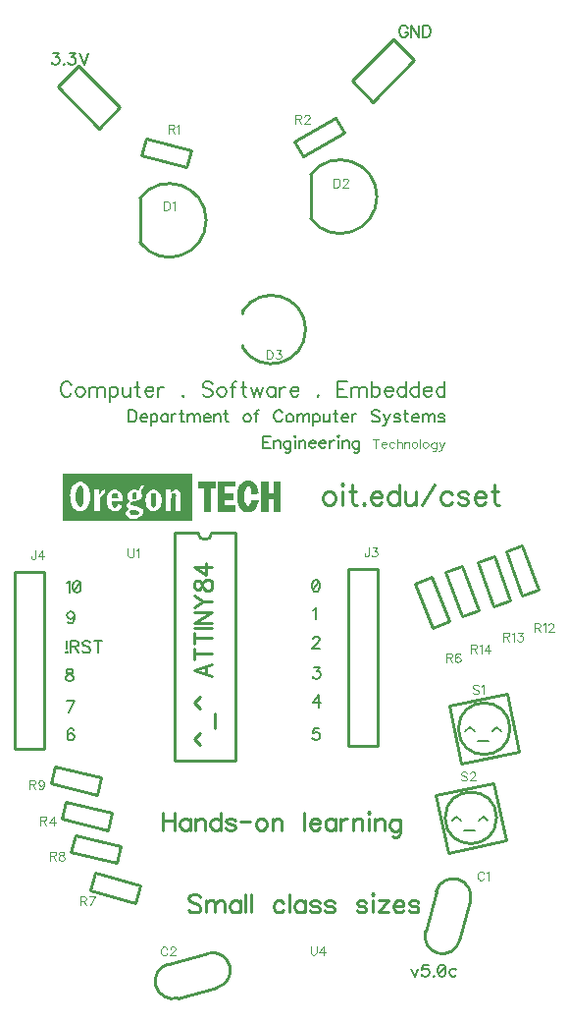
<source format=gbr>
G04 DipTrace 3.0.0.2*
G04 TopSilk.gbr*
%MOMM*%
G04 #@! TF.FileFunction,Legend,Top*
G04 #@! TF.Part,Single*
%ADD10C,0.25*%
%ADD12C,0.0762*%
%ADD70C,0.11765*%
%ADD71C,0.19608*%
%ADD72C,0.15686*%
%ADD73C,0.23529*%
%ADD74C,0.27451*%
%FSLAX35Y35*%
G04*
G71*
G90*
G75*
G01*
G04 TopSilk*
%LPD*%
X4840525Y2247878D2*
D10*
X4748568Y1904690D1*
X5134939Y2168990D2*
X5042982Y1825802D1*
X4748568Y1904690D2*
G03X5042982Y1825802I147168J-39591D01*
G01*
X5134939Y2168990D2*
G03X4840525Y2247878I-147168J39591D01*
G01*
X2608646Y1330271D2*
X2951835Y1422228D1*
X2529758Y1624685D2*
X2872947Y1716642D1*
X2951835Y1422228D2*
G03X2872947Y1716642I-39297J147247D01*
G01*
X2529758Y1624685D2*
G03X2608646Y1330271I39297J-147247D01*
G01*
X2284340Y7841141D2*
Y8221825D1*
X2284912Y7840379D2*
G03X2284912Y8222587I253481J191104D01*
G01*
X3758253Y8045458D2*
Y8426142D1*
X3758825Y8044696D2*
G03X3758825Y8426904I253481J191104D01*
G01*
X3168900Y7245793D2*
Y7225733D1*
Y6955513D2*
Y6935453D1*
Y7245793D2*
G02X3713900Y7090623I250574J-154597D01*
G01*
X3168900Y6935453D2*
G03X3713900Y7090623I250574J154597D01*
G01*
X1933433Y8823859D2*
X2113038Y9003464D1*
X1574222Y9183069D2*
X1933433Y8823859D1*
X1574222Y9183069D2*
X1753827Y9362674D1*
X2113038Y9003464D1*
X4112662Y9232494D2*
X4292267Y9052889D1*
X4471873Y9591704D2*
X4112662Y9232494D1*
X4471873Y9591704D2*
X4651478Y9412099D1*
X4292267Y9052889D1*
X4335658Y5025204D2*
X4081653D1*
Y3501343D1*
X4335658D1*
Y5025204D1*
X1459888Y5000227D2*
X1205883D1*
Y3476366D1*
X1459888D1*
Y5000227D1*
X2688622Y8487322D2*
X2728066Y8634530D1*
X2295334Y8592704D2*
X2688622Y8487322D1*
X2295334Y8592704D2*
X2334778Y8739911D1*
X2728066Y8634530D1*
X3618294Y8712524D2*
X3694494Y8580542D1*
X3970906Y8916105D2*
X3618294Y8712524D1*
X3970906Y8916105D2*
X4047106Y8784123D1*
X3694494Y8580542D1*
X2006286Y2778820D2*
X2042778Y2926787D1*
X1610969Y2876313D2*
X2006286Y2778820D1*
X1610969Y2876313D2*
X1647460Y3024280D1*
X2042778Y2926787D1*
X4798989Y4957708D2*
X4657695Y4900596D1*
X4951572Y4580217D2*
X4798989Y4957708D1*
X4951572Y4580217D2*
X4810278Y4523105D1*
X4657695Y4900596D1*
X1896081Y2407498D2*
X1855158Y2260696D1*
X2288289Y2298164D2*
X1896081Y2407498D1*
X2288289Y2298164D2*
X2247366Y2151362D1*
X1855158Y2260696D1*
X2085796Y2492252D2*
X2121630Y2640379D1*
X1690050Y2587988D2*
X2085796Y2492252D1*
X1690050Y2587988D2*
X1725884Y2736115D1*
X2121630Y2640379D1*
X1910944Y3081034D2*
X1947919Y3228881D1*
X1515947Y3179819D2*
X1910944Y3081034D1*
X1515947Y3179819D2*
X1552923Y3327666D1*
X1947919Y3228881D1*
X4958308Y3853436D2*
X5054054Y3354541D1*
X5552934Y3450284D1*
X5457188Y3949179D1*
X4958308Y3853436D2*
X5457188Y3949179D1*
X5033366Y3651860D2*
G02X5033366Y3651860I222254J0D01*
G01*
X4839185Y3079804D2*
X4944645Y2582872D1*
X5441562Y2688329D1*
X5336102Y3185262D1*
X4839185Y3079804D2*
X5336102Y3185262D1*
X4918119Y2884067D2*
G02X4918119Y2884067I222254J0D01*
G01*
X3104571Y5340747D2*
Y3380747D1*
X2584549D2*
X3104571D1*
X2584549Y5340747D2*
Y3380747D1*
Y5340747D2*
X2784550D1*
X3104571D2*
X2904570D1*
X2784550D2*
G03X2904570Y5340747I60010J34D01*
G01*
X5584729Y5234079D2*
X5441520Y5181955D1*
X5723987Y4851472D2*
X5584729Y5234079D1*
X5723987Y4851472D2*
X5580778Y4799348D1*
X5441520Y5181955D1*
X5343456Y5138525D2*
X5200247Y5086402D1*
X5482713Y4755918D2*
X5343456Y5138525D1*
X5482713Y4755918D2*
X5339504Y4703795D1*
X5200247Y5086402D1*
X5066042Y5053029D2*
X4922833Y5000905D1*
X5205300Y4670422D2*
X5066042Y5053029D1*
X5205300Y4670422D2*
X5062091Y4618298D1*
X4922833Y5000905D1*
X1616587Y5850863D2*
D12*
X2729107D1*
X1616587Y5843243D2*
X2729107D1*
X1616587Y5835623D2*
X2729107D1*
X1616587Y5828003D2*
X2729107D1*
X1616587Y5820383D2*
X2729107D1*
X1616587Y5812763D2*
X2729107D1*
X1616587Y5805143D2*
X2729107D1*
X1616587Y5797523D2*
X2729107D1*
X1616587Y5789903D2*
X2729107D1*
X3201547D2*
X3232027D1*
X1616587Y5782283D2*
X1738827D1*
X1790349D2*
X2729107D1*
X2790067D2*
X2934847D1*
X2957707D2*
X3102487D1*
X3184287D2*
X3245739D1*
X3331087D2*
X3384427D1*
X3437767D2*
X3491107D1*
X1616587Y5774663D2*
X1724891D1*
X1802426D2*
X2729107D1*
X2790067D2*
X2934847D1*
X2957707D2*
X3102487D1*
X3170052D2*
X3257548D1*
X3331087D2*
X3384427D1*
X3437767D2*
X3491107D1*
X1616587Y5767043D2*
X1713014D1*
X1812568D2*
X2729107D1*
X2790067D2*
X2934847D1*
X2957707D2*
X3102487D1*
X3159040D2*
X3266719D1*
X3331087D2*
X3384427D1*
X3437767D2*
X3491107D1*
X1616587Y5759423D2*
X1703823D1*
X1821157D2*
X2729107D1*
X2790067D2*
X2934847D1*
X2957707D2*
X3102487D1*
X3150692D2*
X3273484D1*
X3331087D2*
X3384427D1*
X3437767D2*
X3491107D1*
X1616587Y5751803D2*
X1697082D1*
X1828312D2*
X2729107D1*
X2790067D2*
X2934847D1*
X2957707D2*
X3102487D1*
X3144461D2*
X3278684D1*
X3331087D2*
X3384427D1*
X3437767D2*
X3491107D1*
X1616587Y5744183D2*
X1692118D1*
X1761367D2*
X1768987D1*
X1834022D2*
X2287467D1*
X2317537D2*
X2729107D1*
X2790067D2*
X2934847D1*
X2957707D2*
X3102487D1*
X3139745D2*
X3283066D1*
X3331087D2*
X3384427D1*
X3437767D2*
X3491107D1*
X1616587Y5736563D2*
X1688439D1*
X1753154D2*
X1776287D1*
X1838500D2*
X2281119D1*
X2316704D2*
X2729107D1*
X2790067D2*
X2934847D1*
X2957707D2*
X3011047D1*
X3136173D2*
X3201837D1*
X3233494D2*
X3286837D1*
X3331087D2*
X3384427D1*
X3437767D2*
X3491107D1*
X1616587Y5728943D2*
X1685522D1*
X1746858D2*
X1782632D1*
X1841755D2*
X2276567D1*
X2314739D2*
X2729107D1*
X2835787D2*
X2889127D1*
X2957707D2*
X3011047D1*
X3133298D2*
X3195223D1*
X3236360D2*
X3289739D1*
X3331087D2*
X3384427D1*
X3437767D2*
X3491107D1*
X1616587Y5721323D2*
X1682748D1*
X1742402D2*
X1787157D1*
X1843899D2*
X2273821D1*
X2307411D2*
X2729107D1*
X2835787D2*
X2889127D1*
X2957707D2*
X3011047D1*
X3130539D2*
X3189727D1*
X3240160D2*
X3291511D1*
X3331087D2*
X3384427D1*
X3437767D2*
X3491107D1*
X1616587Y5713703D2*
X1680381D1*
X1739115D2*
X1789729D1*
X1845794D2*
X1883287D1*
X1929007D2*
X1961274D1*
X1982347D2*
X2037184D1*
X2087529D2*
X2206612D1*
X2256667D2*
X2271907D1*
X2299764D2*
X2372464D1*
X2422809D2*
X2500507D1*
X2546227D2*
X2571888D1*
X2612102D2*
X2729107D1*
X2835787D2*
X2889127D1*
X2957707D2*
X3011047D1*
X3128178D2*
X3185330D1*
X3243448D2*
X3292673D1*
X3331087D2*
X3384427D1*
X3437767D2*
X3491107D1*
X1616587Y5706083D2*
X1678886D1*
X1736184D2*
X1790973D1*
X1848023D2*
X1883287D1*
X1929007D2*
X1950204D1*
X1982347D2*
X2025138D1*
X2099576D2*
X2191086D1*
X2293473D2*
X2360418D1*
X2434856D2*
X2500507D1*
X2546227D2*
X2561996D1*
X2621991D2*
X2729107D1*
X2835787D2*
X2889127D1*
X2957707D2*
X3011047D1*
X3126686D2*
X3182133D1*
X3245486D2*
X3294237D1*
X3331087D2*
X3384427D1*
X3437767D2*
X3491107D1*
X1616587Y5698463D2*
X1678088D1*
X1733755D2*
X1791510D1*
X1850139D2*
X1883287D1*
X1929007D2*
X1942150D1*
X1982257D2*
X2015263D1*
X2109450D2*
X2180486D1*
X2292359D2*
X2350513D1*
X2444730D2*
X2500507D1*
X2546227D2*
X2553847D1*
X2628922D2*
X2729107D1*
X2835787D2*
X2889127D1*
X2957707D2*
X3011047D1*
X3125917D2*
X3180267D1*
X3246518D2*
X3297003D1*
X3331087D2*
X3384427D1*
X3437767D2*
X3491107D1*
X1616587Y5690843D2*
X1677474D1*
X1732238D2*
X1791723D1*
X1851530D2*
X1883287D1*
X1929007D2*
X1936441D1*
X1981424D2*
X2007645D1*
X2117069D2*
X2173613D1*
X2226187D2*
X2241427D1*
X2294382D2*
X2342657D1*
X2452349D2*
X2500507D1*
X2634115D2*
X2729107D1*
X2835787D2*
X2889127D1*
X2957707D2*
X3011047D1*
X3125572D2*
X3179347D1*
X3246992D2*
X3300607D1*
X3331087D2*
X3384427D1*
X3437767D2*
X3491107D1*
X1616587Y5683223D2*
X1676362D1*
X1731462D2*
X1791803D1*
X1852258D2*
X1883287D1*
X1929007D2*
X1932316D1*
X1979459D2*
X2002315D1*
X2050927D2*
X2081407D1*
X2122398D2*
X2168598D1*
X2222669D2*
X2244032D1*
X2297006D2*
X2336624D1*
X2386207D2*
X2409067D1*
X2457678D2*
X2500507D1*
X2569087D2*
X2576707D1*
X2635942D2*
X2729107D1*
X2835787D2*
X2889127D1*
X2957707D2*
X3079627D1*
X3125430D2*
X3178944D1*
X3247267D2*
X3270127D1*
X3331087D2*
X3491107D1*
X1616587Y5675603D2*
X1674512D1*
X1731113D2*
X1791832D1*
X1852589D2*
X1883287D1*
X1929007D2*
D3*
X1971781D2*
X1998558D1*
X2047409D2*
X2082584D1*
X2126155D2*
X2166866D1*
X2220481D2*
X2246300D1*
X2299427D2*
X2332013D1*
X2382689D2*
X2411672D1*
X2461435D2*
X2500507D1*
X2562052D2*
X2581372D1*
X2636931D2*
X2729107D1*
X2835787D2*
X2889127D1*
X2957707D2*
X3079627D1*
X3125376D2*
X3178781D1*
X3331087D2*
X3491107D1*
X1616587Y5667983D2*
X1672807D1*
X1730971D2*
X1791842D1*
X1852725D2*
X1883287D1*
X1962622D2*
X1995410D1*
X2045221D2*
X2084475D1*
X2129303D2*
X2165956D1*
X2219373D2*
X2247714D1*
X2300954D2*
X2328736D1*
X2380501D2*
X2413940D1*
X2464583D2*
X2500507D1*
X2556842D2*
X2585182D1*
X2637378D2*
X2729107D1*
X2835787D2*
X2889127D1*
X2957707D2*
X3079627D1*
X3125357D2*
X3178720D1*
X3331087D2*
X3491107D1*
X1616587Y5660363D2*
X1672442D1*
X1730917D2*
X1791845D1*
X1852778D2*
X1883287D1*
X1953827D2*
X1992891D1*
X2044111D2*
X2086467D1*
X2131822D2*
X2165799D1*
X2218882D2*
X2248171D1*
X2301461D2*
X2326842D1*
X2379393D2*
X2415384D1*
X2467102D2*
X2500507D1*
X2555252D2*
X2588086D1*
X2637560D2*
X2729107D1*
X2835787D2*
X2889127D1*
X2957707D2*
X3079627D1*
X3125350D2*
X3178698D1*
X3331087D2*
X3491107D1*
X1616587Y5652743D2*
X1673558D1*
X1730897D2*
X1791846D1*
X1852797D2*
X1883287D1*
X1946585D2*
X1991338D1*
X2043601D2*
X2087917D1*
X2133375D2*
X2166627D1*
X2218683D2*
X2247330D1*
X2301197D2*
X2325912D1*
X2378902D2*
X2416131D1*
X2468655D2*
X2500507D1*
X2554425D2*
X2587490D1*
X2637629D2*
X2729107D1*
X2835787D2*
X2889127D1*
X2957707D2*
X3079627D1*
X3125348D2*
X3178690D1*
X3331087D2*
X3491107D1*
X1616587Y5645123D2*
X1675188D1*
X1730890D2*
X1791847D1*
X1852803D2*
X1883287D1*
X1940805D2*
X1990548D1*
X2043307D2*
X2089027D1*
X2134165D2*
X2168684D1*
X2218606D2*
X2244867D1*
X2297740D2*
X2325505D1*
X2378703D2*
X2416467D1*
X2469445D2*
X2500507D1*
X2554067D2*
X2586295D1*
X2637654D2*
X2729107D1*
X2835787D2*
X2889127D1*
X2957707D2*
X3079627D1*
X3125347D2*
X3178688D1*
X3331087D2*
X3491107D1*
X1616587Y5637503D2*
X1676383D1*
X1730918D2*
X1791847D1*
X1852776D2*
X1883287D1*
X1938657D2*
X1990196D1*
X2134518D2*
X2171881D1*
X2218567D2*
X2241427D1*
X2292152D2*
X2325342D1*
X2378628D2*
X2416605D1*
X2469798D2*
X2500507D1*
X2553926D2*
X2585328D1*
X2637662D2*
X2729107D1*
X2835787D2*
X2889127D1*
X2957707D2*
X3079627D1*
X3125347D2*
X3178687D1*
X3331087D2*
X3491107D1*
X1616587Y5629883D2*
X1677038D1*
X1731185D2*
X1791847D1*
X1852509D2*
X1883287D1*
X1937492D2*
X1990052D1*
X2134662D2*
X2176274D1*
X2284798D2*
X2325280D1*
X2378601D2*
X2416658D1*
X2469942D2*
X2500507D1*
X2553874D2*
X2584773D1*
X2637665D2*
X2729107D1*
X2835787D2*
X2889127D1*
X2957707D2*
X3011047D1*
X3125347D2*
X3178717D1*
X3331087D2*
X3384427D1*
X3437767D2*
X3491107D1*
X1616587Y5622263D2*
X1677373D1*
X1732156D2*
X1791847D1*
X1851538D2*
X1883287D1*
X1936966D2*
X1989997D1*
X2134718D2*
X2181891D1*
X2266053D2*
X2325258D1*
X2378591D2*
X2416677D1*
X2469996D2*
X2500507D1*
X2553856D2*
X2584508D1*
X2637666D2*
X2729107D1*
X2835787D2*
X2889127D1*
X2957707D2*
X3011047D1*
X3125376D2*
X3178984D1*
X3247267D2*
X3300607D1*
X3331087D2*
X3384427D1*
X3437767D2*
X3491107D1*
X1616587Y5614643D2*
X1677768D1*
X1734010D2*
X1791817D1*
X1849713D2*
X1883287D1*
X1936752D2*
X1989977D1*
X2043307D2*
X2188087D1*
X2237768D2*
X2325250D1*
X2378588D2*
X2416683D1*
X2470016D2*
X2500507D1*
X2553850D2*
X2584396D1*
X2637667D2*
X2729107D1*
X2835787D2*
X2889127D1*
X2957707D2*
X3011047D1*
X3125644D2*
X3179985D1*
X3246059D2*
X3299429D1*
X3331087D2*
X3384427D1*
X3437767D2*
X3491107D1*
X1616587Y5607023D2*
X1678788D1*
X1736232D2*
X1791519D1*
X1847729D2*
X1883287D1*
X1936671D2*
X1990000D1*
X2043307D2*
X2179584D1*
X2203327D2*
X2325278D1*
X2378587D2*
X2416686D1*
X2469993D2*
X2500507D1*
X2553848D2*
X2584352D1*
X2637667D2*
X2729107D1*
X2835787D2*
X2889127D1*
X2957707D2*
X3011047D1*
X3126615D2*
X3182108D1*
X3243872D2*
X3297510D1*
X3331087D2*
X3384427D1*
X3437767D2*
X3491107D1*
X1616587Y5599403D2*
X1680661D1*
X1738591D2*
X1790250D1*
X1846133D2*
X1883287D1*
X1936642D2*
X1990265D1*
X2043336D2*
X2172341D1*
X2203327D2*
X2325545D1*
X2378587D2*
X2416657D1*
X2469728D2*
X2500507D1*
X2553847D2*
X2584335D1*
X2637667D2*
X2729107D1*
X2835787D2*
X2889127D1*
X2957707D2*
X3011047D1*
X3128470D2*
X3185329D1*
X3240632D2*
X3295269D1*
X3331087D2*
X3384427D1*
X3437767D2*
X3491107D1*
X1616587Y5591783D2*
X1682889D1*
X1741705D2*
X1787157D1*
X1844425D2*
X1883287D1*
X1936632D2*
X1991236D1*
X2043634D2*
X2087790D1*
X2098663D2*
X2166357D1*
X2203327D2*
X2326516D1*
X2378646D2*
X2416359D1*
X2468758D2*
X2500507D1*
X2553847D2*
X2584330D1*
X2637667D2*
X2729107D1*
X2835787D2*
X2889127D1*
X2957707D2*
X3011047D1*
X3130722D2*
X3189730D1*
X3236225D2*
X3292934D1*
X3331087D2*
X3384427D1*
X3437767D2*
X3491107D1*
X1616587Y5584163D2*
X1685221D1*
X1746357D2*
X1782117D1*
X1841979D2*
X1883287D1*
X1936628D2*
X1993090D1*
X2044901D2*
X2085319D1*
X2118448D2*
X2161503D1*
X2203327D2*
X2328370D1*
X2379227D2*
X2415092D1*
X2466903D2*
X2500507D1*
X2553847D2*
X2584328D1*
X2637667D2*
X2729107D1*
X2835787D2*
X2889127D1*
X2957707D2*
X3011047D1*
X3133290D2*
X3195350D1*
X3230604D2*
X3290133D1*
X3331087D2*
X3384427D1*
X3437767D2*
X3491107D1*
X1616587Y5576543D2*
X1688051D1*
X1753149D2*
X1775800D1*
X1838623D2*
X1883287D1*
X1936627D2*
X1995342D1*
X2047968D2*
X2080971D1*
X2134747D2*
X2160171D1*
X2241927D2*
X2330622D1*
X2380611D2*
X2412026D1*
X2464652D2*
X2500507D1*
X2553847D2*
X2584327D1*
X2637667D2*
X2729107D1*
X2835787D2*
X2889127D1*
X2957707D2*
X3102487D1*
X3136822D2*
X3201547D1*
X3224407D2*
X3286855D1*
X3331087D2*
X3384427D1*
X3437767D2*
X3491107D1*
X1616587Y5568923D2*
X1691626D1*
X1761367D2*
X1768987D1*
X1834149D2*
X1883287D1*
X1936627D2*
X1997969D1*
X2052841D2*
X2074311D1*
X2129732D2*
X2162868D1*
X2271023D2*
X2333219D1*
X2386549D2*
X2407153D1*
X2462054D2*
X2500507D1*
X2553847D2*
X2584327D1*
X2637667D2*
X2729107D1*
X2835787D2*
X2889127D1*
X2957707D2*
X3102487D1*
X3141222D2*
X3283269D1*
X3331087D2*
X3384427D1*
X3437767D2*
X3491107D1*
X1616587Y5561303D2*
X1696480D1*
X1828346D2*
X1883287D1*
X1936627D2*
X2002067D1*
X2058547D2*
X2066167D1*
X2124350D2*
X2167592D1*
X2290257D2*
X2337049D1*
X2393827D2*
X2401447D1*
X2458194D2*
X2500507D1*
X2553847D2*
X2584327D1*
X2637667D2*
X2729107D1*
X2835787D2*
X2889127D1*
X2957707D2*
X3102487D1*
X3145937D2*
X3279259D1*
X3331087D2*
X3384427D1*
X3437767D2*
X3491107D1*
X1616587Y5553683D2*
X1703553D1*
X1821350D2*
X1883287D1*
X1936627D2*
X2008705D1*
X2117884D2*
X2173748D1*
X2303797D2*
X2342710D1*
X2452243D2*
X2500507D1*
X2553847D2*
X2584327D1*
X2637667D2*
X2729107D1*
X2835787D2*
X2889127D1*
X2957707D2*
X3102487D1*
X3151445D2*
X3274167D1*
X3331087D2*
X3384427D1*
X3437767D2*
X3491107D1*
X1616587Y5546063D2*
X1713336D1*
X1812954D2*
X1883287D1*
X1936627D2*
X2018279D1*
X2109835D2*
X2180467D1*
X2309634D2*
X2350396D1*
X2443380D2*
X2500507D1*
X2553847D2*
X2584327D1*
X2637667D2*
X2729107D1*
X2835787D2*
X2889127D1*
X2957707D2*
X3102487D1*
X3159098D2*
X3266715D1*
X3331087D2*
X3384427D1*
X3437767D2*
X3491107D1*
X1616587Y5538443D2*
X1725418D1*
X1802895D2*
X1883287D1*
X1936627D2*
X2030269D1*
X2099959D2*
X2171449D1*
X2203327D2*
X2241427D1*
X2313595D2*
X2360117D1*
X2431053D2*
X2500507D1*
X2553847D2*
X2584327D1*
X2637667D2*
X2729107D1*
X2835787D2*
X2889127D1*
X2957707D2*
X3102487D1*
X3170181D2*
X3255719D1*
X3331087D2*
X3384427D1*
X3437767D2*
X3491107D1*
X1616587Y5530823D2*
X1738507D1*
X1791847D2*
X2043307D1*
X2089027D2*
X2163748D1*
X2199839D2*
X2254554D1*
X2316174D2*
X2370967D1*
X2416687D2*
X2729107D1*
X2835787D2*
X2889127D1*
X2957707D2*
X3102487D1*
X3184915D2*
X3241020D1*
X3331087D2*
X3384427D1*
X3437767D2*
X3491107D1*
X1616587Y5523203D2*
X2157955D1*
X2197941D2*
X2264826D1*
X2315752D2*
X2729107D1*
X3201547D2*
X3224407D1*
X1616587Y5515583D2*
X2153462D1*
X2197277D2*
X2268186D1*
X2313993D2*
X2729107D1*
X1616587Y5507963D2*
X2152260D1*
X2199921D2*
X2266782D1*
X2311158D2*
X2729107D1*
X1616587Y5500343D2*
X2154263D1*
X2203327D2*
X2264287D1*
X2307438D2*
X2729107D1*
X1616587Y5492723D2*
X2157485D1*
X2301975D2*
X2729107D1*
X1616587Y5485103D2*
X2165540D1*
X2293014D2*
X2729107D1*
X1616587Y5477483D2*
X2176155D1*
X2279781D2*
X2729107D1*
X1616587Y5469863D2*
X2188087D1*
X2264287D2*
X2729107D1*
X1616587Y5462243D2*
X2729107D1*
X1616587Y5454623D2*
X2729107D1*
X1616587Y5850863D2*
Y5843243D1*
Y5835623D1*
Y5828003D1*
Y5820383D1*
Y5812763D1*
Y5805143D1*
Y5797523D1*
Y5789903D1*
Y5782283D1*
Y5774663D1*
Y5767043D1*
Y5759423D1*
Y5751803D1*
Y5744183D1*
Y5736563D1*
Y5728943D1*
Y5721323D1*
Y5713703D1*
Y5706083D1*
Y5698463D1*
Y5690843D1*
Y5683223D1*
Y5675603D1*
Y5667983D1*
Y5660363D1*
Y5652743D1*
Y5645123D1*
Y5637503D1*
Y5629883D1*
Y5622263D1*
Y5614643D1*
Y5607023D1*
Y5599403D1*
Y5591783D1*
Y5584163D1*
Y5576543D1*
Y5568923D1*
Y5561303D1*
Y5553683D1*
Y5546063D1*
Y5538443D1*
Y5530823D1*
Y5523203D1*
Y5515583D1*
Y5507963D1*
Y5500343D1*
Y5492723D1*
Y5485103D1*
Y5477483D1*
Y5469863D1*
Y5462243D1*
Y5454623D1*
X2729107Y5850863D2*
Y5843243D1*
Y5835623D1*
Y5828003D1*
Y5820383D1*
Y5812763D1*
Y5805143D1*
Y5797523D1*
Y5789903D1*
Y5782283D1*
Y5774663D1*
Y5767043D1*
Y5759423D1*
Y5751803D1*
Y5744183D1*
Y5736563D1*
Y5728943D1*
Y5721323D1*
Y5713703D1*
Y5706083D1*
Y5698463D1*
Y5690843D1*
Y5683223D1*
Y5675603D1*
Y5667983D1*
Y5660363D1*
Y5652743D1*
Y5645123D1*
Y5637503D1*
Y5629883D1*
Y5622263D1*
Y5614643D1*
Y5607023D1*
Y5599403D1*
Y5591783D1*
Y5584163D1*
Y5576543D1*
Y5568923D1*
Y5561303D1*
Y5553683D1*
Y5546063D1*
Y5538443D1*
Y5530823D1*
Y5523203D1*
Y5515583D1*
Y5507963D1*
Y5500343D1*
Y5492723D1*
Y5485103D1*
Y5477483D1*
Y5469863D1*
Y5462243D1*
Y5454623D1*
X3201547Y5789903D2*
X3184287Y5782283D1*
X3170052Y5774663D1*
X3159040Y5767043D1*
X3150692Y5759423D1*
X3144461Y5751803D1*
X3139745Y5744183D1*
X3136173Y5736563D1*
X3133298Y5728943D1*
X3130539Y5721323D1*
X3128178Y5713703D1*
X3126686Y5706083D1*
X3125917Y5698463D1*
X3125572Y5690843D1*
X3125430Y5683223D1*
X3125376Y5675603D1*
X3125357Y5667983D1*
X3125350Y5660363D1*
X3125348Y5652743D1*
X3125347Y5645123D1*
Y5637503D1*
Y5629883D1*
X3125376Y5622263D1*
X3125644Y5614643D1*
X3126615Y5607023D1*
X3128470Y5599403D1*
X3130722Y5591783D1*
X3133290Y5584163D1*
X3136822Y5576543D1*
X3141222Y5568923D1*
X3145937Y5561303D1*
X3151445Y5553683D1*
X3159098Y5546063D1*
X3170181Y5538443D1*
X3184915Y5530823D1*
X3201547Y5523203D1*
X3232027Y5789903D2*
X3245739Y5782283D1*
X3257548Y5774663D1*
X3266719Y5767043D1*
X3273484Y5759423D1*
X3278684Y5751803D1*
X3283066Y5744183D1*
X3286837Y5736563D1*
X3289739Y5728943D1*
X3291511Y5721323D1*
X3292673Y5713703D1*
X3294237Y5706083D1*
X3297003Y5698463D1*
X3300607Y5690843D1*
X3270127Y5683223D1*
X1753747Y5789903D2*
X1738827Y5782283D1*
X1724891Y5774663D1*
X1713014Y5767043D1*
X1703823Y5759423D1*
X1697082Y5751803D1*
X1692118Y5744183D1*
X1688439Y5736563D1*
X1685522Y5728943D1*
X1682748Y5721323D1*
X1680381Y5713703D1*
X1678886Y5706083D1*
X1678088Y5698463D1*
X1677474Y5690843D1*
X1676362Y5683223D1*
X1674512Y5675603D1*
X1672807Y5667983D1*
X1672442Y5660363D1*
X1673558Y5652743D1*
X1675188Y5645123D1*
X1676383Y5637503D1*
X1677038Y5629883D1*
X1677373Y5622263D1*
X1677768Y5614643D1*
X1678788Y5607023D1*
X1680661Y5599403D1*
X1682889Y5591783D1*
X1685221Y5584163D1*
X1688051Y5576543D1*
X1691626Y5568923D1*
X1696480Y5561303D1*
X1703553Y5553683D1*
X1713336Y5546063D1*
X1725418Y5538443D1*
X1738507Y5530823D1*
X1776607Y5789903D2*
X1790349Y5782283D1*
X1802426Y5774663D1*
X1812568Y5767043D1*
X1821157Y5759423D1*
X1828312Y5751803D1*
X1834022Y5744183D1*
X1838500Y5736563D1*
X1841755Y5728943D1*
X1843899Y5721323D1*
X1845794Y5713703D1*
X1848023Y5706083D1*
X1850139Y5698463D1*
X1851530Y5690843D1*
X1852258Y5683223D1*
X1852589Y5675603D1*
X1852725Y5667983D1*
X1852778Y5660363D1*
X1852797Y5652743D1*
X1852803Y5645123D1*
X1852776Y5637503D1*
X1852509Y5629883D1*
X1851538Y5622263D1*
X1849713Y5614643D1*
X1847729Y5607023D1*
X1846133Y5599403D1*
X1844425Y5591783D1*
X1841979Y5584163D1*
X1838623Y5576543D1*
X1834149Y5568923D1*
X1828346Y5561303D1*
X1821350Y5553683D1*
X1812954Y5546063D1*
X1802895Y5538443D1*
X1791847Y5530823D1*
X2790067Y5782283D2*
Y5774663D1*
Y5767043D1*
Y5759423D1*
Y5751803D1*
Y5744183D1*
Y5736563D1*
Y5728943D1*
X2835787D1*
Y5721323D1*
Y5713703D1*
Y5706083D1*
Y5698463D1*
Y5690843D1*
Y5683223D1*
Y5675603D1*
Y5667983D1*
Y5660363D1*
Y5652743D1*
Y5645123D1*
Y5637503D1*
Y5629883D1*
Y5622263D1*
Y5614643D1*
Y5607023D1*
Y5599403D1*
Y5591783D1*
Y5584163D1*
Y5576543D1*
Y5568923D1*
Y5561303D1*
Y5553683D1*
Y5546063D1*
Y5538443D1*
Y5530823D1*
X2934847Y5782283D2*
Y5774663D1*
Y5767043D1*
Y5759423D1*
Y5751803D1*
Y5744183D1*
Y5736563D1*
Y5728943D1*
X2889127D1*
Y5721323D1*
Y5713703D1*
Y5706083D1*
Y5698463D1*
Y5690843D1*
Y5683223D1*
Y5675603D1*
Y5667983D1*
Y5660363D1*
Y5652743D1*
Y5645123D1*
Y5637503D1*
Y5629883D1*
Y5622263D1*
Y5614643D1*
Y5607023D1*
Y5599403D1*
Y5591783D1*
Y5584163D1*
Y5576543D1*
Y5568923D1*
Y5561303D1*
Y5553683D1*
Y5546063D1*
Y5538443D1*
Y5530823D1*
X2957707Y5782283D2*
Y5774663D1*
Y5767043D1*
Y5759423D1*
Y5751803D1*
Y5744183D1*
Y5736563D1*
Y5728943D1*
Y5721323D1*
Y5713703D1*
Y5706083D1*
Y5698463D1*
Y5690843D1*
Y5683223D1*
Y5675603D1*
Y5667983D1*
Y5660363D1*
Y5652743D1*
Y5645123D1*
Y5637503D1*
Y5629883D1*
Y5622263D1*
Y5614643D1*
Y5607023D1*
Y5599403D1*
Y5591783D1*
Y5584163D1*
Y5576543D1*
Y5568923D1*
Y5561303D1*
Y5553683D1*
Y5546063D1*
Y5538443D1*
Y5530823D1*
X3102487Y5782283D2*
Y5774663D1*
Y5767043D1*
Y5759423D1*
Y5751803D1*
Y5744183D1*
X3331087Y5782283D2*
Y5774663D1*
Y5767043D1*
Y5759423D1*
Y5751803D1*
Y5744183D1*
Y5736563D1*
Y5728943D1*
Y5721323D1*
Y5713703D1*
Y5706083D1*
Y5698463D1*
Y5690843D1*
Y5683223D1*
Y5675603D1*
Y5667983D1*
Y5660363D1*
Y5652743D1*
Y5645123D1*
Y5637503D1*
Y5629883D1*
Y5622263D1*
Y5614643D1*
Y5607023D1*
Y5599403D1*
Y5591783D1*
Y5584163D1*
Y5576543D1*
Y5568923D1*
Y5561303D1*
Y5553683D1*
Y5546063D1*
Y5538443D1*
Y5530823D1*
X3384427Y5782283D2*
Y5774663D1*
Y5767043D1*
Y5759423D1*
Y5751803D1*
Y5744183D1*
Y5736563D1*
Y5728943D1*
Y5721323D1*
Y5713703D1*
Y5706083D1*
Y5698463D1*
Y5690843D1*
X3437767Y5782283D2*
Y5774663D1*
Y5767043D1*
Y5759423D1*
Y5751803D1*
Y5744183D1*
Y5736563D1*
Y5728943D1*
Y5721323D1*
Y5713703D1*
Y5706083D1*
Y5698463D1*
Y5690843D1*
X3491107Y5782283D2*
Y5774663D1*
Y5767043D1*
Y5759423D1*
Y5751803D1*
Y5744183D1*
Y5736563D1*
Y5728943D1*
Y5721323D1*
Y5713703D1*
Y5706083D1*
Y5698463D1*
Y5690843D1*
Y5683223D1*
Y5675603D1*
Y5667983D1*
Y5660363D1*
Y5652743D1*
Y5645123D1*
Y5637503D1*
Y5629883D1*
Y5622263D1*
Y5614643D1*
Y5607023D1*
Y5599403D1*
Y5591783D1*
Y5584163D1*
Y5576543D1*
Y5568923D1*
Y5561303D1*
Y5553683D1*
Y5546063D1*
Y5538443D1*
Y5530823D1*
X1761367Y5744183D2*
X1753154Y5736563D1*
X1746858Y5728943D1*
X1742402Y5721323D1*
X1739115Y5713703D1*
X1736184Y5706083D1*
X1733755Y5698463D1*
X1732238Y5690843D1*
X1731462Y5683223D1*
X1731113Y5675603D1*
X1730971Y5667983D1*
X1730917Y5660363D1*
X1730897Y5652743D1*
X1730890Y5645123D1*
X1730918Y5637503D1*
X1731185Y5629883D1*
X1732156Y5622263D1*
X1734010Y5614643D1*
X1736232Y5607023D1*
X1738591Y5599403D1*
X1741705Y5591783D1*
X1746357Y5584163D1*
X1753149Y5576543D1*
X1761367Y5568923D1*
X1768987Y5744183D2*
X1776287Y5736563D1*
X1782632Y5728943D1*
X1787157Y5721323D1*
X1789729Y5713703D1*
X1790973Y5706083D1*
X1791510Y5698463D1*
X1791723Y5690843D1*
X1791803Y5683223D1*
X1791832Y5675603D1*
X1791842Y5667983D1*
X1791845Y5660363D1*
X1791846Y5652743D1*
X1791847Y5645123D1*
Y5637503D1*
Y5629883D1*
Y5622263D1*
X1791817Y5614643D1*
X1791519Y5607023D1*
X1790250Y5599403D1*
X1787157Y5591783D1*
X1782117Y5584163D1*
X1775800Y5576543D1*
X1768987Y5568923D1*
X2294767Y5751803D2*
X2287467Y5744183D1*
X2281119Y5736563D1*
X2276567Y5728943D1*
X2273821Y5721323D1*
X2271907Y5713703D1*
X2317627Y5751803D2*
X2317537Y5744183D1*
X2316704Y5736563D1*
X2314739Y5728943D1*
X2307411Y5721323D1*
X2299764Y5713703D1*
X2293473Y5706083D1*
X2292359Y5698463D1*
X2294382Y5690843D1*
X2297006Y5683223D1*
X2299427Y5675603D1*
X2300954Y5667983D1*
X2301461Y5660363D1*
X2301197Y5652743D1*
X2297740Y5645123D1*
X2292152Y5637503D1*
X2284798Y5629883D1*
X2266053Y5622263D1*
X2237768Y5614643D1*
X2203327Y5607023D1*
Y5599403D1*
Y5591783D1*
Y5584163D1*
X2241927Y5576543D1*
X2271023Y5568923D1*
X2290257Y5561303D1*
X2303797Y5553683D1*
X2309634Y5546063D1*
X2313595Y5538443D1*
X2316174Y5530823D1*
X2315752Y5523203D1*
X2313993Y5515583D1*
X2311158Y5507963D1*
X2307438Y5500343D1*
X2301975Y5492723D1*
X2293014Y5485103D1*
X2279781Y5477483D1*
X2264287Y5469863D1*
X3011047Y5744183D2*
Y5736563D1*
Y5728943D1*
Y5721323D1*
Y5713703D1*
Y5706083D1*
Y5698463D1*
Y5690843D1*
Y5683223D1*
X3079627D1*
Y5675603D1*
Y5667983D1*
Y5660363D1*
Y5652743D1*
Y5645123D1*
Y5637503D1*
Y5629883D1*
X3011047D1*
Y5622263D1*
Y5614643D1*
Y5607023D1*
Y5599403D1*
Y5591783D1*
Y5584163D1*
Y5576543D1*
X3209167Y5744183D2*
X3201837Y5736563D1*
X3195223Y5728943D1*
X3189727Y5721323D1*
X3185330Y5713703D1*
X3182133Y5706083D1*
X3180267Y5698463D1*
X3179347Y5690843D1*
X3178944Y5683223D1*
X3178781Y5675603D1*
X3178720Y5667983D1*
X3178698Y5660363D1*
X3178690Y5652743D1*
X3178688Y5645123D1*
X3178687Y5637503D1*
X3178717Y5629883D1*
X3178984Y5622263D1*
X3179985Y5614643D1*
X3182108Y5607023D1*
X3185329Y5599403D1*
X3189730Y5591783D1*
X3195350Y5584163D1*
X3201547Y5576543D1*
X3232027Y5744183D2*
X3233494Y5736563D1*
X3236360Y5728943D1*
X3240160Y5721323D1*
X3243448Y5713703D1*
X3245486Y5706083D1*
X3246518Y5698463D1*
X3246992Y5690843D1*
X3247267Y5683223D1*
X1883287Y5721323D2*
Y5713703D1*
Y5706083D1*
Y5698463D1*
Y5690843D1*
Y5683223D1*
Y5675603D1*
Y5667983D1*
Y5660363D1*
Y5652743D1*
Y5645123D1*
Y5637503D1*
Y5629883D1*
Y5622263D1*
Y5614643D1*
Y5607023D1*
Y5599403D1*
Y5591783D1*
Y5584163D1*
Y5576543D1*
Y5568923D1*
Y5561303D1*
Y5553683D1*
Y5546063D1*
Y5538443D1*
X1929007Y5721323D2*
Y5713703D1*
Y5706083D1*
Y5698463D1*
Y5690843D1*
Y5683223D1*
Y5675603D1*
X1974727Y5721323D2*
X1961274Y5713703D1*
X1950204Y5706083D1*
X1942150Y5698463D1*
X1936441Y5690843D1*
X1932316Y5683223D1*
X1929007Y5675603D1*
X1982347Y5721323D2*
Y5713703D1*
Y5706083D1*
X1982257Y5698463D1*
X1981424Y5690843D1*
X1979459Y5683223D1*
X1971781Y5675603D1*
X1962622Y5667983D1*
X1953827Y5660363D1*
X1946585Y5652743D1*
X1940805Y5645123D1*
X1938657Y5637503D1*
X1937492Y5629883D1*
X1936966Y5622263D1*
X1936752Y5614643D1*
X1936671Y5607023D1*
X1936642Y5599403D1*
X1936632Y5591783D1*
X1936628Y5584163D1*
X1936627Y5576543D1*
Y5568923D1*
Y5561303D1*
Y5553683D1*
Y5546063D1*
Y5538443D1*
X2050927Y5721323D2*
X2037184Y5713703D1*
X2025138Y5706083D1*
X2015263Y5698463D1*
X2007645Y5690843D1*
X2002315Y5683223D1*
X1998558Y5675603D1*
X1995410Y5667983D1*
X1992891Y5660363D1*
X1991338Y5652743D1*
X1990548Y5645123D1*
X1990196Y5637503D1*
X1990052Y5629883D1*
X1989997Y5622263D1*
X1989977Y5614643D1*
X1990000Y5607023D1*
X1990265Y5599403D1*
X1991236Y5591783D1*
X1993090Y5584163D1*
X1995342Y5576543D1*
X1997969Y5568923D1*
X2002067Y5561303D1*
X2008705Y5553683D1*
X2018279Y5546063D1*
X2030269Y5538443D1*
X2043307Y5530823D1*
X2073787Y5721323D2*
X2087529Y5713703D1*
X2099576Y5706083D1*
X2109450Y5698463D1*
X2117069Y5690843D1*
X2122398Y5683223D1*
X2126155Y5675603D1*
X2129303Y5667983D1*
X2131822Y5660363D1*
X2133375Y5652743D1*
X2134165Y5645123D1*
X2134518Y5637503D1*
X2134662Y5629883D1*
X2134718Y5622263D1*
X2134747Y5614643D1*
X2226187Y5721323D2*
X2206612Y5713703D1*
X2191086Y5706083D1*
X2180486Y5698463D1*
X2173613Y5690843D1*
X2168598Y5683223D1*
X2166866Y5675603D1*
X2165956Y5667983D1*
X2165799Y5660363D1*
X2166627Y5652743D1*
X2168684Y5645123D1*
X2171881Y5637503D1*
X2176274Y5629883D1*
X2181891Y5622263D1*
X2188087Y5614643D1*
X2179584Y5607023D1*
X2172341Y5599403D1*
X2166357Y5591783D1*
X2161503Y5584163D1*
X2160171Y5576543D1*
X2162868Y5568923D1*
X2167592Y5561303D1*
X2173748Y5553683D1*
X2180467Y5546063D1*
X2171449Y5538443D1*
X2163748Y5530823D1*
X2157955Y5523203D1*
X2153462Y5515583D1*
X2152260Y5507963D1*
X2154263Y5500343D1*
X2157485Y5492723D1*
X2165540Y5485103D1*
X2176155Y5477483D1*
X2188087Y5469863D1*
X2249047Y5721323D2*
X2256667Y5713703D1*
X2386207Y5721323D2*
X2372464Y5713703D1*
X2360418Y5706083D1*
X2350513Y5698463D1*
X2342657Y5690843D1*
X2336624Y5683223D1*
X2332013Y5675603D1*
X2328736Y5667983D1*
X2326842Y5660363D1*
X2325912Y5652743D1*
X2325505Y5645123D1*
X2325342Y5637503D1*
X2325280Y5629883D1*
X2325258Y5622263D1*
X2325250Y5614643D1*
X2325278Y5607023D1*
X2325545Y5599403D1*
X2326516Y5591783D1*
X2328370Y5584163D1*
X2330622Y5576543D1*
X2333219Y5568923D1*
X2337049Y5561303D1*
X2342710Y5553683D1*
X2350396Y5546063D1*
X2360117Y5538443D1*
X2370967Y5530823D1*
X2409067Y5721323D2*
X2422809Y5713703D1*
X2434856Y5706083D1*
X2444730Y5698463D1*
X2452349Y5690843D1*
X2457678Y5683223D1*
X2461435Y5675603D1*
X2464583Y5667983D1*
X2467102Y5660363D1*
X2468655Y5652743D1*
X2469445Y5645123D1*
X2469798Y5637503D1*
X2469942Y5629883D1*
X2469996Y5622263D1*
X2470016Y5614643D1*
X2469993Y5607023D1*
X2469728Y5599403D1*
X2468758Y5591783D1*
X2466903Y5584163D1*
X2464652Y5576543D1*
X2462054Y5568923D1*
X2458194Y5561303D1*
X2452243Y5553683D1*
X2443380Y5546063D1*
X2431053Y5538443D1*
X2416687Y5530823D1*
X2500507Y5721323D2*
Y5713703D1*
Y5706083D1*
Y5698463D1*
Y5690843D1*
Y5683223D1*
Y5675603D1*
Y5667983D1*
Y5660363D1*
Y5652743D1*
Y5645123D1*
Y5637503D1*
Y5629883D1*
Y5622263D1*
Y5614643D1*
Y5607023D1*
Y5599403D1*
Y5591783D1*
Y5584163D1*
Y5576543D1*
Y5568923D1*
Y5561303D1*
Y5553683D1*
Y5546063D1*
Y5538443D1*
X2546227Y5721323D2*
Y5713703D1*
Y5706083D1*
Y5698463D1*
X2584327Y5721323D2*
X2571888Y5713703D1*
X2561996Y5706083D1*
X2553847Y5698463D1*
X2599567Y5721323D2*
X2612102Y5713703D1*
X2621991Y5706083D1*
X2628922Y5698463D1*
X2634115Y5690843D1*
X2635942Y5683223D1*
X2636931Y5675603D1*
X2637378Y5667983D1*
X2637560Y5660363D1*
X2637629Y5652743D1*
X2637654Y5645123D1*
X2637662Y5637503D1*
X2637665Y5629883D1*
X2637666Y5622263D1*
X2637667Y5614643D1*
Y5607023D1*
Y5599403D1*
Y5591783D1*
Y5584163D1*
Y5576543D1*
Y5568923D1*
Y5561303D1*
Y5553683D1*
Y5546063D1*
Y5538443D1*
X2226187Y5690843D2*
X2222669Y5683223D1*
X2220481Y5675603D1*
X2219373Y5667983D1*
X2218882Y5660363D1*
X2218683Y5652743D1*
X2218606Y5645123D1*
X2218567Y5637503D1*
X2241427Y5690843D2*
X2244032Y5683223D1*
X2246300Y5675603D1*
X2247714Y5667983D1*
X2248171Y5660363D1*
X2247330Y5652743D1*
X2244867Y5645123D1*
X2241427Y5637503D1*
X2050927Y5683223D2*
X2047409Y5675603D1*
X2045221Y5667983D1*
X2044111Y5660363D1*
X2043601Y5652743D1*
X2043307Y5645123D1*
X2081407Y5683223D2*
X2082584Y5675603D1*
X2084475Y5667983D1*
X2086467Y5660363D1*
X2087917Y5652743D1*
X2089027Y5645123D1*
X2386207Y5683223D2*
X2382689Y5675603D1*
X2380501Y5667983D1*
X2379393Y5660363D1*
X2378902Y5652743D1*
X2378703Y5645123D1*
X2378628Y5637503D1*
X2378601Y5629883D1*
X2378591Y5622263D1*
X2378588Y5614643D1*
X2378587Y5607023D1*
Y5599403D1*
X2378646Y5591783D1*
X2379227Y5584163D1*
X2380611Y5576543D1*
X2386549Y5568923D1*
X2393827Y5561303D1*
X2409067Y5683223D2*
X2411672Y5675603D1*
X2413940Y5667983D1*
X2415384Y5660363D1*
X2416131Y5652743D1*
X2416467Y5645123D1*
X2416605Y5637503D1*
X2416658Y5629883D1*
X2416677Y5622263D1*
X2416683Y5614643D1*
X2416686Y5607023D1*
X2416657Y5599403D1*
X2416359Y5591783D1*
X2415092Y5584163D1*
X2412026Y5576543D1*
X2407153Y5568923D1*
X2401447Y5561303D1*
X2569087Y5683223D2*
X2562052Y5675603D1*
X2556842Y5667983D1*
X2555252Y5660363D1*
X2554425Y5652743D1*
X2554067Y5645123D1*
X2553926Y5637503D1*
X2553874Y5629883D1*
X2553856Y5622263D1*
X2553850Y5614643D1*
X2553848Y5607023D1*
X2553847Y5599403D1*
Y5591783D1*
Y5584163D1*
Y5576543D1*
Y5568923D1*
Y5561303D1*
Y5553683D1*
Y5546063D1*
Y5538443D1*
X2576707Y5683223D2*
X2581372Y5675603D1*
X2585182Y5667983D1*
X2588086Y5660363D1*
X2587490Y5652743D1*
X2586295Y5645123D1*
X2585328Y5637503D1*
X2584773Y5629883D1*
X2584508Y5622263D1*
X2584396Y5614643D1*
X2584352Y5607023D1*
X2584335Y5599403D1*
X2584330Y5591783D1*
X2584328Y5584163D1*
X2584327Y5576543D1*
Y5568923D1*
Y5561303D1*
Y5553683D1*
Y5546063D1*
Y5538443D1*
X3384427Y5637503D2*
Y5629883D1*
Y5622263D1*
Y5614643D1*
Y5607023D1*
Y5599403D1*
Y5591783D1*
Y5584163D1*
Y5576543D1*
Y5568923D1*
Y5561303D1*
Y5553683D1*
Y5546063D1*
Y5538443D1*
Y5530823D1*
X3437767Y5637503D2*
Y5629883D1*
Y5622263D1*
Y5614643D1*
Y5607023D1*
Y5599403D1*
Y5591783D1*
Y5584163D1*
Y5576543D1*
Y5568923D1*
Y5561303D1*
Y5553683D1*
Y5546063D1*
Y5538443D1*
Y5530823D1*
X3247267Y5622263D2*
X3246059Y5614643D1*
X3243872Y5607023D1*
X3240632Y5599403D1*
X3236225Y5591783D1*
X3230604Y5584163D1*
X3224407Y5576543D1*
X3300607Y5622263D2*
X3299429Y5614643D1*
X3297510Y5607023D1*
X3295269Y5599403D1*
X3292934Y5591783D1*
X3290133Y5584163D1*
X3286855Y5576543D1*
X3283269Y5568923D1*
X3279259Y5561303D1*
X3274167Y5553683D1*
X3266715Y5546063D1*
X3255719Y5538443D1*
X3241020Y5530823D1*
X3224407Y5523203D1*
X2043307Y5614643D2*
Y5607023D1*
X2043336Y5599403D1*
X2043634Y5591783D1*
X2044901Y5584163D1*
X2047968Y5576543D1*
X2052841Y5568923D1*
X2058547Y5561303D1*
X2089027Y5599403D2*
X2087790Y5591783D1*
X2085319Y5584163D1*
X2080971Y5576543D1*
X2074311Y5568923D1*
X2066167Y5561303D1*
X2073787Y5599403D2*
X2098663Y5591783D1*
X2118448Y5584163D1*
X2134747Y5576543D1*
X2129732Y5568923D1*
X2124350Y5561303D1*
X2117884Y5553683D1*
X2109835Y5546063D1*
X2099959Y5538443D1*
X2089027Y5530823D1*
X3102487Y5576543D2*
Y5568923D1*
Y5561303D1*
Y5553683D1*
Y5546063D1*
Y5538443D1*
Y5530823D1*
X2203327Y5538443D2*
X2199839Y5530823D1*
X2197941Y5523203D1*
X2197277Y5515583D1*
X2199921Y5507963D1*
X2203327Y5500343D1*
X2241427Y5538443D2*
X2254554Y5530823D1*
X2264826Y5523203D1*
X2268186Y5515583D1*
X2266782Y5507963D1*
X2264287Y5500343D1*
X5253729Y2403980D2*
D70*
X5250107Y2411224D1*
X5242779Y2418552D1*
X5235535Y2422174D1*
X5220963D1*
X5213635Y2418552D1*
X5206391Y2411224D1*
X5202685Y2403980D1*
X5199063Y2393030D1*
Y2374752D1*
X5202685Y2363886D1*
X5206391Y2356558D1*
X5213635Y2349314D1*
X5220963Y2345608D1*
X5235535D1*
X5242779Y2349314D1*
X5250107Y2356558D1*
X5253729Y2363886D1*
X5277259Y2407517D2*
X5284587Y2411224D1*
X5295537Y2422089D1*
Y2345608D1*
X2518680Y1755226D2*
X2515058Y1762470D1*
X2507730Y1769798D1*
X2500486Y1773420D1*
X2485914D1*
X2478586Y1769798D1*
X2471342Y1762470D1*
X2467636Y1755226D1*
X2464014Y1744276D1*
Y1725998D1*
X2467636Y1715132D1*
X2471342Y1707804D1*
X2478586Y1700560D1*
X2485914Y1696854D1*
X2500486D1*
X2507730Y1700560D1*
X2515058Y1707804D1*
X2518680Y1715132D1*
X2545915Y1755142D2*
Y1758764D1*
X2549537Y1766092D1*
X2553159Y1769714D1*
X2560487Y1773336D1*
X2575059D1*
X2582303Y1769714D1*
X2585925Y1766092D1*
X2589631Y1758764D1*
Y1751520D1*
X2585925Y1744192D1*
X2578681Y1733326D1*
X2542209Y1696854D1*
X2593253D1*
X2492031Y8196156D2*
Y8119591D1*
X2517553D1*
X2528503Y8123297D1*
X2535831Y8130541D1*
X2539453Y8137869D1*
X2543075Y8148735D1*
Y8167013D1*
X2539453Y8177963D1*
X2535831Y8185206D1*
X2528503Y8192535D1*
X2517553Y8196156D1*
X2492031D1*
X2566604Y8181500D2*
X2573932Y8185206D1*
X2584882Y8196072D1*
Y8119591D1*
X3958601Y8392083D2*
Y8315517D1*
X3984123D1*
X3995073Y8319224D1*
X4002401Y8326467D1*
X4006023Y8333795D1*
X4009645Y8344661D1*
Y8362939D1*
X4006023Y8373889D1*
X4002401Y8381133D1*
X3995073Y8388461D1*
X3984123Y8392083D1*
X3958601D1*
X4036881Y8373805D2*
Y8377427D1*
X4040503Y8384755D1*
X4044125Y8388377D1*
X4051453Y8391999D1*
X4066025D1*
X4073269Y8388377D1*
X4076890Y8384755D1*
X4080597Y8377427D1*
Y8370183D1*
X4076890Y8362855D1*
X4069647Y8351989D1*
X4033175Y8315517D1*
X4084219D1*
X3378591Y6913752D2*
Y6837186D1*
X3404113D1*
X3415063Y6840893D1*
X3422391Y6848136D1*
X3426013Y6855465D1*
X3429635Y6866330D1*
Y6884608D1*
X3426013Y6895558D1*
X3422391Y6902802D1*
X3415063Y6910130D1*
X3404113Y6913752D1*
X3378591D1*
X3460493Y6913668D2*
X3500502D1*
X3478687Y6884524D1*
X3489637D1*
X3496880Y6880902D1*
X3500502Y6877280D1*
X3504209Y6866330D1*
Y6859086D1*
X3500502Y6848136D1*
X3493259Y6840808D1*
X3482309Y6837186D1*
X3471359D1*
X3460493Y6840808D1*
X3456871Y6844515D1*
X3453165Y6851758D1*
X4259353Y5210865D2*
Y5152578D1*
X4255731Y5141628D1*
X4252025Y5138006D1*
X4244781Y5134300D1*
X4237453D1*
X4230209Y5138006D1*
X4226587Y5141628D1*
X4222881Y5152578D1*
Y5159821D1*
X4290210Y5210781D2*
X4330220D1*
X4308404Y5181637D1*
X4319354D1*
X4326598Y5178015D1*
X4330220Y5174393D1*
X4333926Y5163443D1*
Y5156200D1*
X4330220Y5145250D1*
X4322976Y5137921D1*
X4312026Y5134300D1*
X4301076D1*
X4290210Y5137921D1*
X4286588Y5141628D1*
X4282882Y5148871D1*
X1381772Y5185889D2*
Y5127601D1*
X1378150Y5116651D1*
X1374444Y5113029D1*
X1367200Y5109323D1*
X1359872D1*
X1352628Y5113029D1*
X1349006Y5116651D1*
X1345300Y5127601D1*
Y5134845D1*
X1441773Y5109323D2*
Y5185804D1*
X1405301Y5134845D1*
X1459967D1*
X2528781Y8819093D2*
X2561547D1*
X2572497Y8822800D1*
X2576203Y8826422D1*
X2579825Y8833665D1*
Y8840993D1*
X2576203Y8848237D1*
X2572497Y8851943D1*
X2561547Y8855565D1*
X2528781D1*
Y8779000D1*
X2554303Y8819093D2*
X2579825Y8779000D1*
X2603354Y8840909D2*
X2610682Y8844615D1*
X2621632Y8855481D1*
Y8779000D1*
X3627001Y8902800D2*
X3659767D1*
X3670717Y8906506D1*
X3674423Y8910128D1*
X3678045Y8917372D1*
Y8924700D1*
X3674423Y8931944D1*
X3670717Y8935650D1*
X3659767Y8939272D1*
X3627001D1*
Y8862706D1*
X3652523Y8902800D2*
X3678045Y8862706D1*
X3705281Y8920994D2*
Y8924616D1*
X3708903Y8931944D1*
X3712525Y8935566D1*
X3719853Y8939188D1*
X3734425D1*
X3741669Y8935566D1*
X3745290Y8931944D1*
X3748997Y8924616D1*
Y8917372D1*
X3745290Y8910044D1*
X3738047Y8899178D1*
X3701575Y8862706D1*
X3752619D1*
X1427667Y2861429D2*
X1460433D1*
X1471383Y2865135D1*
X1475089Y2868757D1*
X1478711Y2876001D1*
Y2883329D1*
X1475089Y2890573D1*
X1471383Y2894279D1*
X1460433Y2897901D1*
X1427667D1*
Y2821335D1*
X1453189Y2861429D2*
X1478711Y2821335D1*
X1538712D2*
Y2897816D1*
X1502240Y2846857D1*
X1556906D1*
X4931098Y4264852D2*
X4963864D1*
X4974814Y4268558D1*
X4978520Y4272180D1*
X4982142Y4279424D1*
Y4286752D1*
X4978520Y4293996D1*
X4974814Y4297702D1*
X4963864Y4301324D1*
X4931098D1*
Y4224758D1*
X4956620Y4264852D2*
X4982142Y4224758D1*
X5049387Y4290374D2*
X5045765Y4297618D1*
X5034815Y4301240D1*
X5027571D1*
X5016621Y4297618D1*
X5009293Y4286668D1*
X5005671Y4268474D1*
Y4250280D1*
X5009293Y4235708D1*
X5016621Y4228380D1*
X5027571Y4224758D1*
X5031193D1*
X5042059Y4228380D1*
X5049387Y4235708D1*
X5053009Y4246658D1*
Y4250280D1*
X5049387Y4261230D1*
X5042059Y4268474D1*
X5031193Y4272096D1*
X5027571D1*
X5016621Y4268474D1*
X5009293Y4261230D1*
X5005671Y4250280D1*
X1769138Y2170069D2*
X1801904D1*
X1812854Y2173775D1*
X1816560Y2177397D1*
X1820182Y2184641D1*
Y2191969D1*
X1816560Y2199212D1*
X1812854Y2202919D1*
X1801904Y2206541D1*
X1769138D1*
Y2129975D1*
X1794660Y2170069D2*
X1820182Y2129975D1*
X1858283D2*
X1894755Y2206456D1*
X1843711D1*
X1508000Y2556778D2*
X1540766D1*
X1551716Y2560484D1*
X1555422Y2564106D1*
X1559044Y2571350D1*
Y2578678D1*
X1555422Y2585922D1*
X1551716Y2589628D1*
X1540766Y2593250D1*
X1508000D1*
Y2516684D1*
X1533522Y2556778D2*
X1559044Y2516684D1*
X1600767Y2593166D2*
X1589902Y2589544D1*
X1586195Y2582300D1*
Y2574972D1*
X1589902Y2567728D1*
X1597145Y2564022D1*
X1611717Y2560400D1*
X1622667Y2556778D1*
X1629911Y2549450D1*
X1633533Y2542206D1*
Y2531256D1*
X1629911Y2524012D1*
X1626289Y2520306D1*
X1615339Y2516684D1*
X1600767D1*
X1589902Y2520306D1*
X1586195Y2524012D1*
X1582573Y2531256D1*
Y2542206D1*
X1586195Y2549450D1*
X1593523Y2556778D1*
X1604389Y2560400D1*
X1618961Y2564022D1*
X1626289Y2567728D1*
X1629911Y2574972D1*
Y2582300D1*
X1626289Y2589544D1*
X1615339Y2593166D1*
X1600767D1*
X1333119Y3170785D2*
X1365885D1*
X1376835Y3174491D1*
X1380541Y3178113D1*
X1384163Y3185357D1*
Y3192685D1*
X1380541Y3199929D1*
X1376835Y3203635D1*
X1365885Y3207257D1*
X1333119D1*
Y3130691D1*
X1358641Y3170785D2*
X1384163Y3130691D1*
X1455114Y3181735D2*
X1451408Y3170785D1*
X1444164Y3163457D1*
X1433214Y3159835D1*
X1429592D1*
X1418642Y3163457D1*
X1411398Y3170785D1*
X1407692Y3181735D1*
Y3185357D1*
X1411398Y3196307D1*
X1418642Y3203551D1*
X1429592Y3207172D1*
X1433214D1*
X1444164Y3203551D1*
X1451408Y3196307D1*
X1455114Y3181735D1*
Y3163457D1*
X1451408Y3145263D1*
X1444164Y3134313D1*
X1433214Y3130691D1*
X1425970D1*
X1415020Y3134313D1*
X1411398Y3141641D1*
X5206147Y4018021D2*
X5198903Y4025349D1*
X5187953Y4028971D1*
X5173381D1*
X5162431Y4025349D1*
X5155103Y4018021D1*
Y4010777D1*
X5158809Y4003449D1*
X5162431Y3999827D1*
X5169675Y3996206D1*
X5191575Y3988877D1*
X5198903Y3985256D1*
X5202525Y3981549D1*
X5206147Y3974306D1*
Y3963356D1*
X5198903Y3956112D1*
X5187953Y3952406D1*
X5173381D1*
X5162431Y3956112D1*
X5155103Y3963356D1*
X5229676Y4014315D2*
X5237004Y4018021D1*
X5247954Y4028887D1*
Y3952406D1*
X5105664Y3269957D2*
X5098420Y3277285D1*
X5087470Y3280907D1*
X5072898D1*
X5061948Y3277285D1*
X5054620Y3269957D1*
Y3262713D1*
X5058326Y3255385D1*
X5061948Y3251763D1*
X5069192Y3248141D1*
X5091092Y3240813D1*
X5098420Y3237191D1*
X5102042Y3233485D1*
X5105664Y3226241D1*
Y3215291D1*
X5098420Y3208047D1*
X5087470Y3204341D1*
X5072898D1*
X5061948Y3208047D1*
X5054620Y3215291D1*
X5132900Y3262629D2*
Y3266251D1*
X5136521Y3273579D1*
X5140143Y3277201D1*
X5147471Y3280823D1*
X5162043D1*
X5169287Y3277201D1*
X5172909Y3273579D1*
X5176615Y3266251D1*
Y3259007D1*
X5172909Y3251679D1*
X5165665Y3240813D1*
X5129193Y3204341D1*
X5180237D1*
X2181081Y5201662D2*
Y5146996D1*
X2184703Y5136046D1*
X2192031Y5128802D1*
X2202981Y5125096D1*
X2210225D1*
X2221175Y5128802D1*
X2228503Y5136046D1*
X2232125Y5146996D1*
Y5201662D1*
X2255654Y5187006D2*
X2262982Y5190712D1*
X2273932Y5201578D1*
Y5125096D1*
X5689108Y4523850D2*
X5721873D1*
X5732823Y4527556D1*
X5736530Y4531178D1*
X5740152Y4538422D1*
Y4545750D1*
X5736530Y4552993D1*
X5732823Y4556700D1*
X5721873Y4560322D1*
X5689108D1*
Y4483756D1*
X5714630Y4523850D2*
X5740152Y4483756D1*
X5763681Y4545665D2*
X5771009Y4549372D1*
X5781959Y4560237D1*
Y4483756D1*
X5809195Y4542043D2*
Y4545665D1*
X5812817Y4552993D1*
X5816438Y4556615D1*
X5823767Y4560237D1*
X5838338D1*
X5845582Y4556615D1*
X5849204Y4552993D1*
X5852910Y4545665D1*
Y4538422D1*
X5849204Y4531093D1*
X5841960Y4520228D1*
X5805488Y4483756D1*
X5856532D1*
X5422684Y4444170D2*
X5455450D1*
X5466400Y4447876D1*
X5470106Y4451498D1*
X5473728Y4458742D1*
Y4466070D1*
X5470106Y4473313D1*
X5466400Y4477020D1*
X5455450Y4480642D1*
X5422684D1*
Y4404076D1*
X5448206Y4444170D2*
X5473728Y4404076D1*
X5497258Y4465985D2*
X5504586Y4469692D1*
X5515536Y4480557D1*
Y4404076D1*
X5546393Y4480557D2*
X5586403D1*
X5564587Y4451413D1*
X5575537D1*
X5582781Y4447792D1*
X5586403Y4444170D1*
X5590109Y4433220D1*
Y4425976D1*
X5586403Y4415026D1*
X5579159Y4407698D1*
X5568209Y4404076D1*
X5557259D1*
X5546393Y4407698D1*
X5542771Y4411404D1*
X5539065Y4418648D1*
X5142840Y4342180D2*
X5175606D1*
X5186556Y4345886D1*
X5190262Y4349508D1*
X5193884Y4356752D1*
Y4364080D1*
X5190262Y4371323D1*
X5186556Y4375030D1*
X5175606Y4378652D1*
X5142840D1*
Y4302086D1*
X5168362Y4342180D2*
X5193884Y4302086D1*
X5217413Y4363995D2*
X5224741Y4367702D1*
X5235691Y4378567D1*
Y4302086D1*
X5295693D2*
Y4378567D1*
X5259221Y4327608D1*
X5313887D1*
X3757209Y1779951D2*
Y1725286D1*
X3760831Y1714336D1*
X3768159Y1707092D1*
X3779109Y1703386D1*
X3786353D1*
X3797303Y1707092D1*
X3804631Y1714336D1*
X3808253Y1725286D1*
Y1779951D1*
X3868254Y1703386D2*
Y1779867D1*
X3831782Y1728907D1*
X3886448D1*
X1691767Y6610385D2*
D71*
X1685730Y6622458D1*
X1673517Y6634672D1*
X1661444Y6640708D1*
X1637157D1*
X1624944Y6634672D1*
X1612871Y6622458D1*
X1606694Y6610385D1*
X1600657Y6592135D1*
Y6561672D1*
X1606694Y6543562D1*
X1612871Y6531349D1*
X1624944Y6519276D1*
X1637157Y6513099D1*
X1661444D1*
X1673517Y6519276D1*
X1685730Y6531349D1*
X1691767Y6543562D1*
X1761306Y6598172D2*
X1749233Y6592135D1*
X1737019Y6579922D1*
X1730983Y6561672D1*
Y6549599D1*
X1737019Y6531349D1*
X1749233Y6519276D1*
X1761306Y6513099D1*
X1779556D1*
X1791769Y6519276D1*
X1803842Y6531349D1*
X1810019Y6549599D1*
Y6561672D1*
X1803842Y6579922D1*
X1791769Y6592135D1*
X1779556Y6598172D1*
X1761306D1*
X1849235D2*
Y6513099D1*
Y6573885D2*
X1867485Y6592135D1*
X1879698Y6598172D1*
X1897808D1*
X1910021Y6592135D1*
X1916058Y6573885D1*
Y6513099D1*
Y6573885D2*
X1934308Y6592135D1*
X1946521Y6598172D1*
X1964631D1*
X1976844Y6592135D1*
X1983021Y6573885D1*
Y6513099D1*
X2022237Y6598172D2*
Y6470562D1*
Y6579922D2*
X2034450Y6591995D1*
X2046524Y6598172D1*
X2064774D1*
X2076987Y6591995D1*
X2089060Y6579922D1*
X2095237Y6561672D1*
Y6549458D1*
X2089060Y6531349D1*
X2076987Y6519135D1*
X2064774Y6513099D1*
X2046524D1*
X2034450Y6519135D1*
X2022237Y6531349D1*
X2134453Y6598172D2*
Y6537385D1*
X2140489Y6519276D1*
X2152703Y6513099D1*
X2170953D1*
X2183026Y6519276D1*
X2201276Y6537385D1*
Y6598172D2*
Y6513099D1*
X2258741Y6640708D2*
Y6537385D1*
X2264778Y6519276D1*
X2276991Y6513099D1*
X2289065D1*
X2240491Y6598172D2*
X2283028D1*
X2328280Y6561672D2*
X2401140D1*
Y6573885D1*
X2395103Y6586099D1*
X2389067Y6592135D1*
X2376853Y6598172D1*
X2358603D1*
X2346530Y6592135D1*
X2334317Y6579922D1*
X2328280Y6561672D1*
Y6549599D1*
X2334317Y6531349D1*
X2346530Y6519276D1*
X2358603Y6513099D1*
X2376853D1*
X2389067Y6519276D1*
X2401140Y6531349D1*
X2440356Y6598172D2*
Y6513099D1*
Y6561672D2*
X2446532Y6579922D1*
X2458606Y6592135D1*
X2470819Y6598172D1*
X2489069D1*
X2657768Y6525312D2*
X2651731Y6519135D1*
X2657768Y6513099D1*
X2663945Y6519135D1*
X2657768Y6525312D1*
X2911680Y6622458D2*
X2899607Y6634672D1*
X2881357Y6640708D1*
X2857070D1*
X2838820Y6634672D1*
X2826607Y6622458D1*
Y6610385D1*
X2832784Y6598172D1*
X2838820Y6592135D1*
X2850893Y6586099D1*
X2887393Y6573885D1*
X2899607Y6567849D1*
X2905643Y6561672D1*
X2911680Y6549599D1*
Y6531349D1*
X2899607Y6519276D1*
X2881357Y6513099D1*
X2857070D1*
X2838820Y6519276D1*
X2826607Y6531349D1*
X2981219Y6598172D2*
X2969145Y6592135D1*
X2956932Y6579922D1*
X2950895Y6561672D1*
Y6549599D1*
X2956932Y6531349D1*
X2969145Y6519276D1*
X2981219Y6513099D1*
X2999469D1*
X3011682Y6519276D1*
X3023755Y6531349D1*
X3029932Y6549599D1*
Y6561672D1*
X3023755Y6579922D1*
X3011682Y6592135D1*
X2999469Y6598172D1*
X2981219D1*
X3117721Y6640708D2*
X3105648D1*
X3093434Y6634672D1*
X3087398Y6616422D1*
Y6513099D1*
X3069148Y6598172D2*
X3111684D1*
X3175186Y6640708D2*
Y6537385D1*
X3181223Y6519276D1*
X3193436Y6513099D1*
X3205510D1*
X3156936Y6598172D2*
X3199473D1*
X3244725D2*
X3269012Y6513099D1*
X3293298Y6598172D1*
X3317585Y6513099D1*
X3341871Y6598172D1*
X3453947D2*
Y6513099D1*
Y6579922D2*
X3441874Y6592135D1*
X3429660Y6598172D1*
X3411551D1*
X3399337Y6592135D1*
X3387264Y6579922D1*
X3381087Y6561672D1*
Y6549599D1*
X3387264Y6531349D1*
X3399337Y6519276D1*
X3411551Y6513099D1*
X3429660D1*
X3441874Y6519276D1*
X3453947Y6531349D1*
X3493162Y6598172D2*
Y6513099D1*
Y6561672D2*
X3499339Y6579922D1*
X3511412Y6592135D1*
X3523626Y6598172D1*
X3541876D1*
X3581092Y6561672D2*
X3653951D1*
Y6573885D1*
X3647915Y6586099D1*
X3641878Y6592135D1*
X3629665Y6598172D1*
X3611415D1*
X3599342Y6592135D1*
X3587128Y6579922D1*
X3581092Y6561672D1*
Y6549599D1*
X3587128Y6531349D1*
X3599342Y6519276D1*
X3611415Y6513099D1*
X3629665D1*
X3641878Y6519276D1*
X3653951Y6531349D1*
X3822650Y6525312D2*
X3816613Y6519135D1*
X3822650Y6513099D1*
X3828827Y6519135D1*
X3822650Y6525312D1*
X4070385Y6640708D2*
X3991489D1*
Y6513099D1*
X4070385D1*
X3991489Y6579922D2*
X4040062D1*
X4109601Y6598172D2*
Y6513099D1*
Y6573885D2*
X4127851Y6592135D1*
X4140064Y6598172D1*
X4158174D1*
X4170387Y6592135D1*
X4176424Y6573885D1*
Y6513099D1*
Y6573885D2*
X4194674Y6592135D1*
X4206887Y6598172D1*
X4224997D1*
X4237210Y6592135D1*
X4243387Y6573885D1*
Y6513099D1*
X4282603Y6640708D2*
Y6513099D1*
Y6579922D2*
X4294816Y6592135D1*
X4306889Y6598172D1*
X4325139D1*
X4337213Y6592135D1*
X4349426Y6579922D1*
X4355463Y6561672D1*
Y6549599D1*
X4349426Y6531349D1*
X4337213Y6519276D1*
X4325139Y6513099D1*
X4306889D1*
X4294816Y6519276D1*
X4282603Y6531349D1*
X4394678Y6561672D2*
X4467538D1*
Y6573885D1*
X4461501Y6586099D1*
X4455465Y6592135D1*
X4443251Y6598172D1*
X4425001D1*
X4412928Y6592135D1*
X4400715Y6579922D1*
X4394678Y6561672D1*
Y6549599D1*
X4400715Y6531349D1*
X4412928Y6519276D1*
X4425001Y6513099D1*
X4443251D1*
X4455465Y6519276D1*
X4467538Y6531349D1*
X4579613Y6640708D2*
Y6513099D1*
Y6579922D2*
X4567540Y6592135D1*
X4555327Y6598172D1*
X4537077D1*
X4525004Y6592135D1*
X4512790Y6579922D1*
X4506754Y6561672D1*
Y6549599D1*
X4512790Y6531349D1*
X4525004Y6519276D1*
X4537077Y6513099D1*
X4555327D1*
X4567540Y6519276D1*
X4579613Y6531349D1*
X4691688Y6640708D2*
Y6513099D1*
Y6579922D2*
X4679615Y6592135D1*
X4667402Y6598172D1*
X4649152D1*
X4637079Y6592135D1*
X4624865Y6579922D1*
X4618829Y6561672D1*
Y6549599D1*
X4624865Y6531349D1*
X4637079Y6519276D1*
X4649152Y6513099D1*
X4667402D1*
X4679615Y6519276D1*
X4691688Y6531349D1*
X4730904Y6561672D2*
X4803764D1*
Y6573885D1*
X4797727Y6586099D1*
X4791691Y6592135D1*
X4779477Y6598172D1*
X4761227D1*
X4749154Y6592135D1*
X4736941Y6579922D1*
X4730904Y6561672D1*
Y6549599D1*
X4736941Y6531349D1*
X4749154Y6519276D1*
X4761227Y6513099D1*
X4779477D1*
X4791691Y6519276D1*
X4803764Y6531349D1*
X4915839Y6640708D2*
Y6513099D1*
Y6579922D2*
X4903766Y6592135D1*
X4891553Y6598172D1*
X4873303D1*
X4861229Y6592135D1*
X4849016Y6579922D1*
X4842979Y6561672D1*
Y6549599D1*
X4849016Y6531349D1*
X4861229Y6519276D1*
X4873303Y6513099D1*
X4891553D1*
X4903766Y6519276D1*
X4915839Y6531349D1*
X1533191Y9475291D2*
D72*
X1586537D1*
X1557449Y9436433D1*
X1572049D1*
X1581707Y9431603D1*
X1586537Y9426774D1*
X1591478Y9412174D1*
Y9402516D1*
X1586537Y9387916D1*
X1576878Y9378145D1*
X1562278Y9373316D1*
X1547678D1*
X1533191Y9378145D1*
X1528361Y9383086D1*
X1523420Y9392745D1*
X1627680Y9383086D2*
X1622851Y9378145D1*
X1627680Y9373316D1*
X1632622Y9378145D1*
X1627680Y9383086D1*
X1673765Y9475291D2*
X1727111D1*
X1698023Y9436433D1*
X1712623D1*
X1722282Y9431603D1*
X1727111Y9426774D1*
X1732053Y9412174D1*
Y9402516D1*
X1727111Y9387916D1*
X1717453Y9378145D1*
X1702853Y9373316D1*
X1688253D1*
X1673765Y9378145D1*
X1668936Y9383086D1*
X1663994Y9392745D1*
X1763425Y9475403D2*
X1802284Y9373316D1*
X1841142Y9475403D1*
X2481071Y2930143D2*
D73*
Y2777012D1*
X2583159Y2930143D2*
Y2777012D1*
X2481071Y2857199D2*
X2583159D1*
X2717649Y2879099D2*
Y2777012D1*
Y2857199D2*
X2703162Y2871856D1*
X2688506Y2879099D1*
X2666774D1*
X2652118Y2871856D1*
X2637630Y2857199D1*
X2630218Y2835299D1*
Y2820812D1*
X2637630Y2798912D1*
X2652118Y2784424D1*
X2666774Y2777012D1*
X2688506D1*
X2703162Y2784424D1*
X2717649Y2798912D1*
X2764708Y2879099D2*
Y2777012D1*
Y2849956D2*
X2786608Y2871856D1*
X2801264Y2879099D1*
X2822996D1*
X2837652Y2871856D1*
X2844896Y2849956D1*
Y2777012D1*
X2979386Y2930143D2*
Y2777012D1*
Y2857199D2*
X2964899Y2871856D1*
X2950242Y2879099D1*
X2928342D1*
X2913855Y2871856D1*
X2899199Y2857199D1*
X2891955Y2835299D1*
Y2820812D1*
X2899199Y2798912D1*
X2913855Y2784424D1*
X2928342Y2777012D1*
X2950242D1*
X2964899Y2784424D1*
X2979386Y2798912D1*
X3106633Y2857199D2*
X3099389Y2871856D1*
X3077489Y2879099D1*
X3055589D1*
X3033689Y2871856D1*
X3026445Y2857199D1*
X3033689Y2842712D1*
X3048345Y2835299D1*
X3084733Y2828056D1*
X3099389Y2820812D1*
X3106633Y2806156D1*
Y2798912D1*
X3099389Y2784424D1*
X3077489Y2777012D1*
X3055589D1*
X3033689Y2784424D1*
X3026445Y2798912D1*
X3153692Y2853493D2*
X3237922D1*
X3321369Y2879099D2*
X3306881Y2871856D1*
X3292225Y2857199D1*
X3284981Y2835299D1*
Y2820812D1*
X3292225Y2798912D1*
X3306881Y2784424D1*
X3321369Y2777012D1*
X3343269D1*
X3357925Y2784424D1*
X3372413Y2798912D1*
X3379825Y2820812D1*
Y2835299D1*
X3372413Y2857199D1*
X3357925Y2871856D1*
X3343269Y2879099D1*
X3321369D1*
X3426884D2*
Y2777012D1*
Y2849956D2*
X3448784Y2871856D1*
X3463440Y2879099D1*
X3485172D1*
X3499828Y2871856D1*
X3507072Y2849956D1*
Y2777012D1*
X3702266Y2930143D2*
Y2777012D1*
X3749325Y2835299D2*
X3836757D1*
Y2849956D1*
X3829513Y2864612D1*
X3822269Y2871856D1*
X3807613Y2879099D1*
X3785713D1*
X3771225Y2871856D1*
X3756569Y2857199D1*
X3749325Y2835299D1*
Y2820812D1*
X3756569Y2798912D1*
X3771225Y2784424D1*
X3785713Y2777012D1*
X3807613D1*
X3822269Y2784424D1*
X3836757Y2798912D1*
X3971247Y2879099D2*
Y2777012D1*
Y2857199D2*
X3956759Y2871856D1*
X3942103Y2879099D1*
X3920372D1*
X3905715Y2871856D1*
X3891228Y2857199D1*
X3883815Y2835299D1*
Y2820812D1*
X3891228Y2798912D1*
X3905715Y2784424D1*
X3920372Y2777012D1*
X3942103D1*
X3956759Y2784424D1*
X3971247Y2798912D1*
X4018306Y2879099D2*
Y2777012D1*
Y2835299D2*
X4025718Y2857199D1*
X4040206Y2871856D1*
X4054862Y2879099D1*
X4076762D1*
X4123821D2*
Y2777012D1*
Y2849956D2*
X4145721Y2871856D1*
X4160377Y2879099D1*
X4182108D1*
X4196765Y2871856D1*
X4204008Y2849956D1*
Y2777012D1*
X4251067Y2930143D2*
X4258311Y2922899D1*
X4265723Y2930143D1*
X4258311Y2937556D1*
X4251067Y2930143D1*
X4258311Y2879099D2*
Y2777012D1*
X4312782Y2879099D2*
Y2777012D1*
Y2849956D2*
X4334682Y2871856D1*
X4349338Y2879099D1*
X4371070D1*
X4385726Y2871856D1*
X4392970Y2849956D1*
Y2777012D1*
X4527460Y2871856D2*
Y2755112D1*
X4520216Y2733380D1*
X4512973Y2725968D1*
X4498316Y2718724D1*
X4476416D1*
X4461929Y2725968D1*
X4527460Y2849956D2*
X4512973Y2864443D1*
X4498316Y2871856D1*
X4476416D1*
X4461929Y2864443D1*
X4447273Y2849956D1*
X4440029Y2828056D1*
Y2813399D1*
X4447273Y2791668D1*
X4461929Y2777012D1*
X4476416Y2769768D1*
X4498316D1*
X4512973Y2777012D1*
X4527460Y2791668D1*
X4595034Y9687078D2*
D72*
X4590205Y9696737D1*
X4580434Y9706507D1*
X4570776Y9711337D1*
X4551346D1*
X4541576Y9706507D1*
X4531917Y9696737D1*
X4526976Y9687078D1*
X4522146Y9672478D1*
Y9648107D1*
X4526976Y9633620D1*
X4531917Y9623849D1*
X4541576Y9614190D1*
X4551346Y9609249D1*
X4570776D1*
X4580434Y9614190D1*
X4590205Y9623849D1*
X4595034Y9633620D1*
Y9648107D1*
X4570776D1*
X4694465Y9711337D2*
Y9609249D1*
X4626407Y9711337D1*
Y9609249D1*
X4725838Y9711337D2*
Y9609249D1*
X4759867D1*
X4774467Y9614190D1*
X4784238Y9623849D1*
X4789067Y9633620D1*
X4793896Y9648107D1*
Y9672478D1*
X4789067Y9687078D1*
X4784238Y9696737D1*
X4774467Y9706507D1*
X4759867Y9711337D1*
X4725838D1*
X3905499Y5693604D2*
D74*
X3889441Y5685153D1*
X3873197Y5668054D1*
X3865169Y5642504D1*
Y5625601D1*
X3873197Y5600051D1*
X3889441Y5583149D1*
X3905499Y5574501D1*
X3929771D1*
X3946015Y5583149D1*
X3962072Y5600051D1*
X3970287Y5625601D1*
Y5642504D1*
X3962072Y5668054D1*
X3946015Y5685153D1*
X3929771Y5693604D1*
X3905499D1*
X4022444Y5753155D2*
X4030473Y5744704D1*
X4038688Y5753155D1*
X4030473Y5761803D1*
X4022444Y5753155D1*
X4030473Y5693604D2*
Y5574501D1*
X4115118Y5753155D2*
Y5608503D1*
X4123146Y5583149D1*
X4139390Y5574501D1*
X4155447D1*
X4090845Y5693604D2*
X4147419D1*
X4215633Y5591600D2*
X4207604Y5582953D1*
X4215633Y5574501D1*
X4223848Y5582953D1*
X4215633Y5591600D1*
X4276005Y5642504D2*
X4372908D1*
Y5659603D1*
X4364880Y5676701D1*
X4356851Y5685153D1*
X4340607Y5693604D1*
X4316335D1*
X4300277Y5685153D1*
X4284033Y5668054D1*
X4276005Y5642504D1*
Y5625601D1*
X4284033Y5600051D1*
X4300277Y5583149D1*
X4316335Y5574501D1*
X4340607D1*
X4356851Y5583149D1*
X4372908Y5600051D1*
X4521968Y5753155D2*
Y5574501D1*
Y5668054D2*
X4505911Y5685153D1*
X4489667Y5693604D1*
X4465395D1*
X4449338Y5685153D1*
X4433094Y5668054D1*
X4425065Y5642504D1*
Y5625601D1*
X4433094Y5600051D1*
X4449338Y5583149D1*
X4465395Y5574501D1*
X4489667D1*
X4505911Y5583149D1*
X4521968Y5600051D1*
X4574125Y5693604D2*
Y5608503D1*
X4582154Y5583149D1*
X4598398Y5574501D1*
X4622670D1*
X4638727Y5583149D1*
X4663000Y5608503D1*
Y5693604D2*
Y5574501D1*
X4715157D2*
X4828304Y5752958D1*
X4977551Y5668054D2*
X4961307Y5685153D1*
X4945063Y5693604D1*
X4920977D1*
X4904733Y5685153D1*
X4888676Y5668054D1*
X4880461Y5642504D1*
Y5625601D1*
X4888676Y5600051D1*
X4904733Y5583149D1*
X4920977Y5574501D1*
X4945063D1*
X4961307Y5583149D1*
X4977551Y5600051D1*
X5118582Y5668054D2*
X5110554Y5685153D1*
X5086281Y5693604D1*
X5062009D1*
X5037736Y5685153D1*
X5029708Y5668054D1*
X5037736Y5651151D1*
X5053980Y5642504D1*
X5094310Y5634053D1*
X5110554Y5625601D1*
X5118582Y5608503D1*
Y5600051D1*
X5110554Y5583149D1*
X5086281Y5574501D1*
X5062009D1*
X5037736Y5583149D1*
X5029708Y5600051D1*
X5170739Y5642504D2*
X5267642D1*
Y5659603D1*
X5259614Y5676701D1*
X5251585Y5685153D1*
X5235341Y5693604D1*
X5211069D1*
X5195012Y5685153D1*
X5178768Y5668054D1*
X5170739Y5642504D1*
Y5625601D1*
X5178768Y5600051D1*
X5195012Y5583149D1*
X5211069Y5574501D1*
X5235341D1*
X5251585Y5583149D1*
X5267642Y5600051D1*
X5344072Y5753155D2*
Y5608503D1*
X5352100Y5583149D1*
X5368344Y5574501D1*
X5384402D1*
X5319799Y5693604D2*
X5376373D1*
X1649280Y4906682D2*
D72*
X1659051Y4911623D1*
X1673651Y4926111D1*
Y4824136D1*
X1734223Y4926111D2*
X1719623Y4921282D1*
X1709852Y4906682D1*
X1705023Y4882423D1*
Y4867823D1*
X1709852Y4843565D1*
X1719623Y4828965D1*
X1734223Y4824136D1*
X1743882D1*
X1758482Y4828965D1*
X1768140Y4843565D1*
X1773082Y4867823D1*
Y4882423D1*
X1768140Y4906682D1*
X1758482Y4921282D1*
X1743882Y4926111D1*
X1734223D1*
X1768140Y4906682D2*
X1709852Y4843565D1*
X1718569Y4626711D2*
X1713627Y4612111D1*
X1703969Y4602340D1*
X1689369Y4597511D1*
X1684540D1*
X1669940Y4602340D1*
X1660281Y4612111D1*
X1655340Y4626711D1*
Y4631540D1*
X1660281Y4646140D1*
X1669940Y4655798D1*
X1684540Y4660628D1*
X1689369D1*
X1703969Y4655798D1*
X1713627Y4646140D1*
X1718569Y4626711D1*
Y4602340D1*
X1713627Y4578081D1*
X1703969Y4563481D1*
X1689369Y4558652D1*
X1679711D1*
X1665111Y4563481D1*
X1660281Y4573252D1*
X1652298Y4409184D2*
Y4341238D1*
Y4316980D2*
X1647356Y4312038D1*
X1652298Y4307209D1*
X1657127Y4312038D1*
X1652298Y4316980D1*
X1688500Y4360667D2*
X1732187D1*
X1746787Y4365609D1*
X1751729Y4370438D1*
X1756558Y4380097D1*
Y4389867D1*
X1751729Y4399526D1*
X1746787Y4404467D1*
X1732187Y4409297D1*
X1688500D1*
Y4307209D1*
X1722529Y4360667D2*
X1756558Y4307209D1*
X1855989Y4394697D2*
X1846331Y4404467D1*
X1831731Y4409297D1*
X1812302D1*
X1797702Y4404467D1*
X1787931Y4394697D1*
Y4385038D1*
X1792872Y4375267D1*
X1797702Y4370438D1*
X1807360Y4365609D1*
X1836560Y4355838D1*
X1846331Y4351009D1*
X1851160Y4346067D1*
X1855989Y4336409D1*
Y4321809D1*
X1846331Y4312150D1*
X1831731Y4307209D1*
X1812302D1*
X1797702Y4312150D1*
X1787931Y4321809D1*
X1921391Y4409297D2*
Y4307209D1*
X1887362Y4409297D2*
X1955420D1*
X1667625Y4165728D2*
X1653137Y4160898D1*
X1648196Y4151240D1*
Y4141469D1*
X1653137Y4131811D1*
X1662796Y4126869D1*
X1682225Y4122040D1*
X1696825Y4117211D1*
X1706483Y4107440D1*
X1711313Y4097781D1*
Y4083181D1*
X1706483Y4073523D1*
X1701654Y4068581D1*
X1687054Y4063752D1*
X1667625D1*
X1653137Y4068581D1*
X1648196Y4073523D1*
X1643366Y4083181D1*
Y4097781D1*
X1648196Y4107440D1*
X1657966Y4117211D1*
X1672454Y4122040D1*
X1691883Y4126869D1*
X1701654Y4131811D1*
X1706483Y4141469D1*
Y4151240D1*
X1701654Y4160898D1*
X1687054Y4165728D1*
X1667625D1*
X1668606Y3794062D2*
X1717235Y3896038D1*
X1649176D1*
X1715444Y3638093D2*
X1710615Y3647752D1*
X1696015Y3652581D1*
X1686356D1*
X1671756Y3647752D1*
X1661986Y3633152D1*
X1657156Y3608893D1*
Y3584635D1*
X1661986Y3565206D1*
X1671756Y3555435D1*
X1686356Y3550606D1*
X1691186D1*
X1705673Y3555435D1*
X1715444Y3565206D1*
X1720273Y3579806D1*
Y3584635D1*
X1715444Y3599235D1*
X1705673Y3608893D1*
X1691186Y3613723D1*
X1686356D1*
X1671756Y3608893D1*
X1661986Y3599235D1*
X1657156Y3584635D1*
X3797666Y4933734D2*
X3783066Y4928905D1*
X3773296Y4914305D1*
X3768466Y4890047D1*
Y4875447D1*
X3773296Y4851188D1*
X3783066Y4836588D1*
X3797666Y4831759D1*
X3807325D1*
X3821925Y4836588D1*
X3831583Y4851188D1*
X3836525Y4875447D1*
Y4890047D1*
X3831583Y4914305D1*
X3821925Y4928905D1*
X3807325Y4933734D1*
X3797666D1*
X3831583Y4914305D2*
X3773296Y4851188D1*
X2187313Y6396653D2*
Y6294566D1*
X2221342D1*
X2235942Y6299507D1*
X2245713Y6309166D1*
X2250542Y6318936D1*
X2255372Y6333424D1*
Y6357795D1*
X2250542Y6372395D1*
X2245713Y6382053D1*
X2235942Y6391824D1*
X2221342Y6396653D1*
X2187313D1*
X2286744Y6333424D2*
X2345032D1*
Y6343195D1*
X2340203Y6352966D1*
X2335373Y6357795D1*
X2325603Y6362624D1*
X2311003D1*
X2301344Y6357795D1*
X2291573Y6348024D1*
X2286744Y6333424D1*
Y6323766D1*
X2291573Y6309166D1*
X2301344Y6299507D1*
X2311003Y6294566D1*
X2325603D1*
X2335373Y6299507D1*
X2345032Y6309166D1*
X2376404Y6362624D2*
Y6260536D1*
Y6348024D2*
X2386175Y6357683D1*
X2395834Y6362624D1*
X2410434D1*
X2420204Y6357683D1*
X2429863Y6348024D1*
X2434804Y6333424D1*
Y6323653D1*
X2429863Y6309166D1*
X2420204Y6299395D1*
X2410434Y6294566D1*
X2395834D1*
X2386175Y6299395D1*
X2376404Y6309166D1*
X2524465Y6362624D2*
Y6294566D1*
Y6348024D2*
X2514806Y6357795D1*
X2505035Y6362624D1*
X2490548D1*
X2480777Y6357795D1*
X2471118Y6348024D1*
X2466177Y6333424D1*
Y6323766D1*
X2471118Y6309166D1*
X2480777Y6299507D1*
X2490548Y6294566D1*
X2505035D1*
X2514806Y6299507D1*
X2524465Y6309166D1*
X2555837Y6362624D2*
Y6294566D1*
Y6333424D2*
X2560779Y6348024D1*
X2570437Y6357795D1*
X2580208Y6362624D1*
X2594808D1*
X2640780Y6396653D2*
Y6313995D1*
X2645610Y6299507D1*
X2655380Y6294566D1*
X2665039D1*
X2626180Y6362624D2*
X2660210D1*
X2696412D2*
Y6294566D1*
Y6343195D2*
X2711012Y6357795D1*
X2720782Y6362624D1*
X2735270D1*
X2745041Y6357795D1*
X2749870Y6343195D1*
Y6294566D1*
Y6343195D2*
X2764470Y6357795D1*
X2774241Y6362624D1*
X2788728D1*
X2798499Y6357795D1*
X2803441Y6343195D1*
Y6294566D1*
X2834813Y6333424D2*
X2893101D1*
Y6343195D1*
X2888272Y6352966D1*
X2883443Y6357795D1*
X2873672Y6362624D1*
X2859072D1*
X2849413Y6357795D1*
X2839643Y6348024D1*
X2834813Y6333424D1*
Y6323766D1*
X2839643Y6309166D1*
X2849413Y6299507D1*
X2859072Y6294566D1*
X2873672D1*
X2883443Y6299507D1*
X2893101Y6309166D1*
X2924474Y6362624D2*
Y6294566D1*
Y6343195D2*
X2939074Y6357795D1*
X2948844Y6362624D1*
X2963332D1*
X2973103Y6357795D1*
X2977932Y6343195D1*
Y6294566D1*
X3023905Y6396653D2*
Y6313995D1*
X3028734Y6299507D1*
X3038505Y6294566D1*
X3048163D1*
X3009305Y6362624D2*
X3043334D1*
X3202551D2*
X3192893Y6357795D1*
X3183122Y6348024D1*
X3178293Y6333424D1*
Y6323766D1*
X3183122Y6309166D1*
X3192893Y6299507D1*
X3202551Y6294566D1*
X3217151D1*
X3226922Y6299507D1*
X3236580Y6309166D1*
X3241522Y6323766D1*
Y6333424D1*
X3236580Y6348024D1*
X3226922Y6357795D1*
X3217151Y6362624D1*
X3202551D1*
X3311753Y6396653D2*
X3302094D1*
X3292324Y6391824D1*
X3287494Y6377224D1*
Y6294566D1*
X3272894Y6362624D2*
X3306924D1*
X3514770Y6372395D2*
X3509941Y6382053D1*
X3500170Y6391824D1*
X3490512Y6396653D1*
X3471083D1*
X3461312Y6391824D1*
X3451653Y6382053D1*
X3446712Y6372395D1*
X3441883Y6357795D1*
Y6333424D1*
X3446712Y6318936D1*
X3451653Y6309166D1*
X3461312Y6299507D1*
X3471083Y6294566D1*
X3490512D1*
X3500170Y6299507D1*
X3509941Y6309166D1*
X3514770Y6318936D1*
X3570401Y6362624D2*
X3560743Y6357795D1*
X3550972Y6348024D1*
X3546143Y6333424D1*
Y6323766D1*
X3550972Y6309166D1*
X3560743Y6299507D1*
X3570401Y6294566D1*
X3585001D1*
X3594772Y6299507D1*
X3604431Y6309166D1*
X3609372Y6323766D1*
Y6333424D1*
X3604431Y6348024D1*
X3594772Y6357795D1*
X3585001Y6362624D1*
X3570401D1*
X3640745D2*
Y6294566D1*
Y6343195D2*
X3655345Y6357795D1*
X3665115Y6362624D1*
X3679603D1*
X3689374Y6357795D1*
X3694203Y6343195D1*
Y6294566D1*
Y6343195D2*
X3708803Y6357795D1*
X3718574Y6362624D1*
X3733062D1*
X3742832Y6357795D1*
X3747774Y6343195D1*
Y6294566D1*
X3779146Y6362624D2*
Y6260536D1*
Y6348024D2*
X3788917Y6357683D1*
X3798576Y6362624D1*
X3813176D1*
X3822946Y6357683D1*
X3832605Y6348024D1*
X3837546Y6333424D1*
Y6323653D1*
X3832605Y6309166D1*
X3822946Y6299395D1*
X3813176Y6294566D1*
X3798576D1*
X3788917Y6299395D1*
X3779146Y6309166D1*
X3868919Y6362624D2*
Y6313995D1*
X3873748Y6299507D1*
X3883519Y6294566D1*
X3898119D1*
X3907777Y6299507D1*
X3922377Y6313995D1*
Y6362624D2*
Y6294566D1*
X3968350Y6396653D2*
Y6313995D1*
X3973179Y6299507D1*
X3982950Y6294566D1*
X3992608D1*
X3953750Y6362624D2*
X3987779D1*
X4023981Y6333424D2*
X4082269D1*
Y6343195D1*
X4077440Y6352966D1*
X4072610Y6357795D1*
X4062840Y6362624D1*
X4048240D1*
X4038581Y6357795D1*
X4028810Y6348024D1*
X4023981Y6333424D1*
Y6323766D1*
X4028810Y6309166D1*
X4038581Y6299507D1*
X4048240Y6294566D1*
X4062840D1*
X4072610Y6299507D1*
X4082269Y6309166D1*
X4113641Y6362624D2*
Y6294566D1*
Y6333424D2*
X4118583Y6348024D1*
X4128241Y6357795D1*
X4138012Y6362624D1*
X4152612D1*
X4350800Y6382053D2*
X4341142Y6391824D1*
X4326542Y6396653D1*
X4307113D1*
X4292513Y6391824D1*
X4282742Y6382053D1*
Y6372395D1*
X4287683Y6362624D1*
X4292513Y6357795D1*
X4302171Y6352966D1*
X4331371Y6343195D1*
X4341142Y6338366D1*
X4345971Y6333424D1*
X4350800Y6323766D1*
Y6309166D1*
X4341142Y6299507D1*
X4326542Y6294566D1*
X4307113D1*
X4292513Y6299507D1*
X4282742Y6309166D1*
X4387114Y6362624D2*
X4416202Y6294566D1*
X4406544Y6275136D1*
X4396773Y6265366D1*
X4387114Y6260536D1*
X4382173D1*
X4445402Y6362624D2*
X4416202Y6294566D1*
X4530233Y6348024D2*
X4525404Y6357795D1*
X4510804Y6362624D1*
X4496204D1*
X4481604Y6357795D1*
X4476775Y6348024D1*
X4481604Y6338366D1*
X4491375Y6333424D1*
X4515633Y6328595D1*
X4525404Y6323766D1*
X4530233Y6313995D1*
Y6309166D1*
X4525404Y6299507D1*
X4510804Y6294566D1*
X4496204D1*
X4481604Y6299507D1*
X4476775Y6309166D1*
X4576206Y6396653D2*
Y6313995D1*
X4581035Y6299507D1*
X4590806Y6294566D1*
X4600464D1*
X4561606Y6362624D2*
X4595635D1*
X4631837Y6333424D2*
X4690124D1*
Y6343195D1*
X4685295Y6352966D1*
X4680466Y6357795D1*
X4670695Y6362624D1*
X4656095D1*
X4646437Y6357795D1*
X4636666Y6348024D1*
X4631837Y6333424D1*
Y6323766D1*
X4636666Y6309166D1*
X4646437Y6299507D1*
X4656095Y6294566D1*
X4670695D1*
X4680466Y6299507D1*
X4690124Y6309166D1*
X4721497Y6362624D2*
Y6294566D1*
Y6343195D2*
X4736097Y6357795D1*
X4745868Y6362624D1*
X4760355D1*
X4770126Y6357795D1*
X4774955Y6343195D1*
Y6294566D1*
Y6343195D2*
X4789555Y6357795D1*
X4799326Y6362624D1*
X4813814D1*
X4823585Y6357795D1*
X4828526Y6343195D1*
Y6294566D1*
X4913357Y6348024D2*
X4908528Y6357795D1*
X4893928Y6362624D1*
X4879328D1*
X4864728Y6357795D1*
X4859899Y6348024D1*
X4864728Y6338366D1*
X4874499Y6333424D1*
X4898757Y6328595D1*
X4908528Y6323766D1*
X4913357Y6313995D1*
Y6309166D1*
X4908528Y6299507D1*
X4893928Y6294566D1*
X4879328D1*
X4864728Y6299507D1*
X4859899Y6309166D1*
X3780440Y4674835D2*
X3790211Y4679777D1*
X3804811Y4694264D1*
Y4592289D1*
X3777398Y4422556D2*
Y4427385D1*
X3782227Y4437156D1*
X3787056Y4441985D1*
X3796827Y4446814D1*
X3816256D1*
X3825915Y4441985D1*
X3830744Y4437156D1*
X3835686Y4427385D1*
Y4417727D1*
X3830744Y4407956D1*
X3821086Y4393468D1*
X3772456Y4344839D1*
X3840515D1*
X3786217Y4183401D2*
X3839563D1*
X3810476Y4144543D1*
X3825076D1*
X3834734Y4139713D1*
X3839563Y4134884D1*
X3844505Y4120284D1*
Y4110626D1*
X3839563Y4096026D1*
X3829905Y4086255D1*
X3815305Y4081426D1*
X3800705D1*
X3786217Y4086255D1*
X3781388Y4091196D1*
X3776446Y4100855D1*
X3825076Y3837966D2*
Y3939941D1*
X3776446Y3871995D1*
X3849334D1*
X3830744Y3656571D2*
X3782227D1*
X3777398Y3612883D1*
X3782227Y3617713D1*
X3796827Y3622654D1*
X3811315D1*
X3825915Y3617713D1*
X3835686Y3608054D1*
X3840515Y3593454D1*
Y3583796D1*
X3835686Y3569196D1*
X3825915Y3559425D1*
X3811315Y3554596D1*
X3796827D1*
X3782227Y3559425D1*
X3777398Y3564366D1*
X3772456Y3574025D1*
X3410720Y6171003D2*
X3347603D1*
Y6068916D1*
X3410720D1*
X3347603Y6122374D2*
X3386462D1*
X3442093Y6136974D2*
Y6068916D1*
Y6117545D2*
X3456693Y6132145D1*
X3466463Y6136974D1*
X3480951D1*
X3490722Y6132145D1*
X3495551Y6117545D1*
Y6068916D1*
X3585211Y6132145D2*
Y6054316D1*
X3580382Y6039828D1*
X3575553Y6034886D1*
X3565782Y6030057D1*
X3551182D1*
X3541524Y6034886D1*
X3585211Y6117545D2*
X3575553Y6127203D1*
X3565782Y6132145D1*
X3551182D1*
X3541524Y6127203D1*
X3531753Y6117545D1*
X3526924Y6102945D1*
Y6093174D1*
X3531753Y6078686D1*
X3541524Y6068916D1*
X3551182Y6064086D1*
X3565782D1*
X3575553Y6068916D1*
X3585211Y6078686D1*
X3616584Y6171003D2*
X3621413Y6166174D1*
X3626355Y6171003D1*
X3621413Y6175945D1*
X3616584Y6171003D1*
X3621413Y6136974D2*
Y6068916D1*
X3657727Y6136974D2*
Y6068916D1*
Y6117545D2*
X3672327Y6132145D1*
X3682098Y6136974D1*
X3696586D1*
X3706356Y6132145D1*
X3711186Y6117545D1*
Y6068916D1*
X3742558Y6107774D2*
X3800846D1*
Y6117545D1*
X3796017Y6127316D1*
X3791187Y6132145D1*
X3781417Y6136974D1*
X3766817D1*
X3757158Y6132145D1*
X3747387Y6122374D1*
X3742558Y6107774D1*
Y6098116D1*
X3747387Y6083516D1*
X3757158Y6073857D1*
X3766817Y6068916D1*
X3781417D1*
X3791187Y6073857D1*
X3800846Y6083516D1*
X3832218Y6107774D2*
X3890506D1*
Y6117545D1*
X3885677Y6127316D1*
X3880848Y6132145D1*
X3871077Y6136974D1*
X3856477D1*
X3846818Y6132145D1*
X3837048Y6122374D1*
X3832218Y6107774D1*
Y6098116D1*
X3837048Y6083516D1*
X3846818Y6073857D1*
X3856477Y6068916D1*
X3871077D1*
X3880848Y6073857D1*
X3890506Y6083516D1*
X3921879Y6136974D2*
Y6068916D1*
Y6107774D2*
X3926820Y6122374D1*
X3936479Y6132145D1*
X3946249Y6136974D1*
X3960849D1*
X3992222Y6171003D2*
X3997051Y6166174D1*
X4001993Y6171003D1*
X3997051Y6175945D1*
X3992222Y6171003D1*
X3997051Y6136974D2*
Y6068916D1*
X4033365Y6136974D2*
Y6068916D1*
Y6117545D2*
X4047965Y6132145D1*
X4057736Y6136974D1*
X4072224D1*
X4081995Y6132145D1*
X4086824Y6117545D1*
Y6068916D1*
X4176484Y6132145D2*
Y6054316D1*
X4171655Y6039828D1*
X4166826Y6034886D1*
X4157055Y6030057D1*
X4142455D1*
X4132796Y6034886D1*
X4176484Y6117545D2*
X4166826Y6127203D1*
X4157055Y6132145D1*
X4142455D1*
X4132796Y6127203D1*
X4123026Y6117545D1*
X4118196Y6102945D1*
Y6093174D1*
X4123026Y6078686D1*
X4132796Y6068916D1*
X4142455Y6064086D1*
X4157055D1*
X4166826Y6068916D1*
X4176484Y6078686D1*
X4320708Y6147408D2*
D70*
Y6070843D1*
X4295186Y6147408D2*
X4346230D1*
X4369759Y6099986D2*
X4413475D1*
Y6107314D1*
X4409853Y6114643D1*
X4406231Y6118264D1*
X4398903Y6121886D1*
X4387953D1*
X4380709Y6118264D1*
X4373381Y6110936D1*
X4369759Y6099986D1*
Y6092743D1*
X4373381Y6081793D1*
X4380709Y6074549D1*
X4387953Y6070843D1*
X4398903D1*
X4406231Y6074549D1*
X4413475Y6081793D1*
X4480804Y6110936D2*
X4473476Y6118264D1*
X4466148Y6121886D1*
X4455282D1*
X4447954Y6118264D1*
X4440710Y6110936D1*
X4437004Y6099986D1*
Y6092743D1*
X4440710Y6081793D1*
X4447954Y6074549D1*
X4455282Y6070843D1*
X4466148D1*
X4473476Y6074549D1*
X4480804Y6081793D1*
X4504334Y6147408D2*
Y6070843D1*
Y6107314D2*
X4515284Y6118264D1*
X4522612Y6121886D1*
X4533562D1*
X4540805Y6118264D1*
X4544427Y6107314D1*
Y6070843D1*
X4567957Y6121886D2*
Y6070843D1*
Y6107314D2*
X4578907Y6118264D1*
X4586235Y6121886D1*
X4597101D1*
X4604429Y6118264D1*
X4608051Y6107314D1*
Y6070843D1*
X4649774Y6121886D2*
X4642530Y6118264D1*
X4635202Y6110936D1*
X4631580Y6099986D1*
Y6092743D1*
X4635202Y6081793D1*
X4642530Y6074549D1*
X4649774Y6070843D1*
X4660724D1*
X4668052Y6074549D1*
X4675296Y6081793D1*
X4679002Y6092743D1*
Y6099986D1*
X4675296Y6110936D1*
X4668052Y6118264D1*
X4660724Y6121886D1*
X4649774D1*
X4702531Y6147408D2*
Y6070843D1*
X4744255Y6121886D2*
X4737011Y6118264D1*
X4729683Y6110936D1*
X4726061Y6099986D1*
Y6092743D1*
X4729683Y6081793D1*
X4737011Y6074549D1*
X4744255Y6070843D1*
X4755205D1*
X4762533Y6074549D1*
X4769777Y6081793D1*
X4773483Y6092743D1*
Y6099986D1*
X4769777Y6110936D1*
X4762533Y6118264D1*
X4755205Y6121886D1*
X4744255D1*
X4840728Y6118264D2*
Y6059893D1*
X4837106Y6049027D1*
X4833484Y6045321D1*
X4826156Y6041699D1*
X4815206D1*
X4807962Y6045321D1*
X4840728Y6107314D2*
X4833484Y6114558D1*
X4826156Y6118264D1*
X4815206D1*
X4807962Y6114558D1*
X4800634Y6107314D1*
X4797012Y6096364D1*
Y6089036D1*
X4800634Y6078171D1*
X4807962Y6070843D1*
X4815206Y6067221D1*
X4826156D1*
X4833484Y6070843D1*
X4840728Y6078171D1*
X4867963Y6121886D2*
X4889779Y6070843D1*
X4882535Y6056271D1*
X4875207Y6048943D1*
X4867963Y6045321D1*
X4864257D1*
X4911679Y6121886D2*
X4889779Y6070843D1*
X2806162Y2200667D2*
D73*
X2791675Y2215323D1*
X2769775Y2222567D1*
X2740631D1*
X2718731Y2215323D1*
X2704075Y2200667D1*
Y2186179D1*
X2711487Y2171523D1*
X2718731Y2164279D1*
X2733219Y2157035D1*
X2777019Y2142379D1*
X2791675Y2135135D1*
X2798919Y2127723D1*
X2806162Y2113235D1*
Y2091335D1*
X2791675Y2076847D1*
X2769775Y2069435D1*
X2740631D1*
X2718731Y2076847D1*
X2704075Y2091335D1*
X2853221Y2171523D2*
Y2069435D1*
Y2142379D2*
X2875121Y2164279D1*
X2889777Y2171523D1*
X2911509D1*
X2926165Y2164279D1*
X2933409Y2142379D1*
Y2069435D1*
Y2142379D2*
X2955309Y2164279D1*
X2969965Y2171523D1*
X2991697D1*
X3006353Y2164279D1*
X3013765Y2142379D1*
Y2069435D1*
X3148255Y2171523D2*
Y2069435D1*
Y2149623D2*
X3133768Y2164279D1*
X3119112Y2171523D1*
X3097380D1*
X3082724Y2164279D1*
X3068236Y2149623D1*
X3060824Y2127723D1*
Y2113235D1*
X3068236Y2091335D1*
X3082724Y2076847D1*
X3097380Y2069435D1*
X3119112D1*
X3133768Y2076847D1*
X3148255Y2091335D1*
X3195314Y2222567D2*
Y2069435D1*
X3242373Y2222567D2*
Y2069435D1*
X3525168Y2149623D2*
X3510511Y2164279D1*
X3495855Y2171523D1*
X3474124D1*
X3459468Y2164279D1*
X3444980Y2149623D1*
X3437568Y2127723D1*
Y2113235D1*
X3444980Y2091335D1*
X3459468Y2076847D1*
X3474124Y2069435D1*
X3495855D1*
X3510511Y2076847D1*
X3525168Y2091335D1*
X3572226Y2222567D2*
Y2069435D1*
X3706717Y2171523D2*
Y2069435D1*
Y2149623D2*
X3692229Y2164279D1*
X3677573Y2171523D1*
X3655841D1*
X3641185Y2164279D1*
X3626698Y2149623D1*
X3619285Y2127723D1*
Y2113235D1*
X3626698Y2091335D1*
X3641185Y2076847D1*
X3655841Y2069435D1*
X3677573D1*
X3692229Y2076847D1*
X3706717Y2091335D1*
X3833963Y2149623D2*
X3826720Y2164279D1*
X3804820Y2171523D1*
X3782920D1*
X3761020Y2164279D1*
X3753776Y2149623D1*
X3761020Y2135135D1*
X3775676Y2127723D1*
X3812063Y2120479D1*
X3826720Y2113235D1*
X3833963Y2098579D1*
Y2091335D1*
X3826720Y2076847D1*
X3804820Y2069435D1*
X3782920D1*
X3761020Y2076847D1*
X3753776Y2091335D1*
X3961210Y2149623D2*
X3953966Y2164279D1*
X3932066Y2171523D1*
X3910166D1*
X3888266Y2164279D1*
X3881022Y2149623D1*
X3888266Y2135135D1*
X3902922Y2127723D1*
X3939310Y2120479D1*
X3953966Y2113235D1*
X3961210Y2098579D1*
Y2091335D1*
X3953966Y2076847D1*
X3932066Y2069435D1*
X3910166D1*
X3888266Y2076847D1*
X3881022Y2091335D1*
X4236592Y2149623D2*
X4229348Y2164279D1*
X4207448Y2171523D1*
X4185548D1*
X4163648Y2164279D1*
X4156404Y2149623D1*
X4163648Y2135135D1*
X4178304Y2127723D1*
X4214692Y2120479D1*
X4229348Y2113235D1*
X4236592Y2098579D1*
Y2091335D1*
X4229348Y2076847D1*
X4207448Y2069435D1*
X4185548D1*
X4163648Y2076847D1*
X4156404Y2091335D1*
X4283651Y2222567D2*
X4290895Y2215323D1*
X4298307Y2222567D1*
X4290895Y2229979D1*
X4283651Y2222567D1*
X4290895Y2171523D2*
Y2069435D1*
X4345366Y2171523D2*
X4425554D1*
X4345366Y2069435D1*
X4425554D1*
X4472612Y2127723D2*
X4560044D1*
Y2142379D1*
X4552800Y2157035D1*
X4545556Y2164279D1*
X4530900Y2171523D1*
X4509000D1*
X4494512Y2164279D1*
X4479856Y2149623D1*
X4472612Y2127723D1*
Y2113235D1*
X4479856Y2091335D1*
X4494512Y2076847D1*
X4509000Y2069435D1*
X4530900D1*
X4545556Y2076847D1*
X4560044Y2091335D1*
X4687290Y2149623D2*
X4680047Y2164279D1*
X4658147Y2171523D1*
X4636247D1*
X4614347Y2164279D1*
X4607103Y2149623D1*
X4614347Y2135135D1*
X4629003Y2127723D1*
X4665390Y2120479D1*
X4680047Y2113235D1*
X4687290Y2098579D1*
Y2091335D1*
X4680047Y2076847D1*
X4658147Y2069435D1*
X4636247D1*
X4614347Y2076847D1*
X4607103Y2091335D1*
X4626000Y1584831D2*
D72*
X4655200Y1516772D1*
X4684287Y1584831D1*
X4773948Y1618748D2*
X4725431D1*
X4720602Y1575060D1*
X4725431Y1579889D1*
X4740031Y1584831D1*
X4754519D1*
X4769119Y1579889D1*
X4778889Y1570231D1*
X4783719Y1555631D1*
Y1545972D1*
X4778889Y1531372D1*
X4769119Y1521601D1*
X4754519Y1516772D1*
X4740031D1*
X4725431Y1521601D1*
X4720602Y1526543D1*
X4715660Y1536201D1*
X4819920Y1526543D2*
X4815091Y1521601D1*
X4819920Y1516772D1*
X4824862Y1521601D1*
X4819920Y1526543D1*
X4885434Y1618748D2*
X4870834Y1613918D1*
X4861064Y1599318D1*
X4856234Y1575060D1*
Y1560460D1*
X4861064Y1536201D1*
X4870834Y1521601D1*
X4885434Y1516772D1*
X4895093D1*
X4909693Y1521601D1*
X4919351Y1536201D1*
X4924293Y1560460D1*
Y1575060D1*
X4919351Y1599318D1*
X4909693Y1613918D1*
X4895093Y1618748D1*
X4885434D1*
X4919351Y1599318D2*
X4861064Y1536201D1*
X5014065Y1570231D2*
X5004295Y1580001D1*
X4994524Y1584831D1*
X4980036D1*
X4970265Y1580001D1*
X4960607Y1570231D1*
X4955665Y1555631D1*
Y1545972D1*
X4960607Y1531372D1*
X4970265Y1521714D1*
X4980036Y1516772D1*
X4994524D1*
X5004295Y1521714D1*
X5014065Y1531372D1*
X2806686Y3508862D2*
D73*
X2755642Y3561321D1*
X2806686Y3613779D1*
X2933874Y3656132D2*
Y3780760D1*
X2806686Y3823113D2*
X2755642Y3875572D1*
X2806686Y3928031D1*
X2908605Y4208775D2*
X2755474Y4156165D1*
X2908605Y4103706D1*
X2857561Y4123416D2*
Y4189065D1*
X2755474Y4297068D2*
X2908605D1*
X2755474Y4251128D2*
Y4343007D1*
X2755473Y4431300D2*
X2908605D1*
X2755473Y4385360D2*
Y4477239D1*
Y4519592D2*
X2908605D1*
X2755473Y4653824D2*
X2908605D1*
X2755473Y4561945D1*
X2908605D1*
X2755473Y4696177D2*
X2828417Y4748636D1*
X2908605D1*
X2755473Y4801095D2*
X2828417Y4748636D1*
X2755642Y4876197D2*
X2762886Y4856638D1*
X2777373Y4849967D1*
X2792030D1*
X2806517Y4856638D1*
X2813930Y4869677D1*
X2821173Y4895907D1*
X2828417Y4915617D1*
X2843073Y4928655D1*
X2857561Y4935175D1*
X2879461D1*
X2893949Y4928655D1*
X2901361Y4922136D1*
X2908605Y4902426D1*
Y4876197D1*
X2901361Y4856638D1*
X2893949Y4849967D1*
X2879461Y4843448D1*
X2857561D1*
X2843073Y4849967D1*
X2828417Y4863158D1*
X2821173Y4882716D1*
X2813930Y4908945D1*
X2806517Y4922136D1*
X2792030Y4928655D1*
X2777373D1*
X2762886Y4922136D1*
X2755642Y4902426D1*
Y4876197D1*
X2908605Y5043177D2*
X2755642D1*
X2857561Y4977528D1*
Y5075926D1*
X5092565Y3631310D2*
D72*
X5131424Y3665339D1*
X5170282Y3631310D1*
X5201655Y3546517D2*
X5293972D1*
X5325344Y3631310D2*
X5364203Y3665339D1*
X5403061Y3631310D1*
X4976413Y2860173D2*
X5015271Y2894202D1*
X5054130Y2860173D1*
X5085502Y2775381D2*
X5177819D1*
X5209192Y2860173D2*
X5248050Y2894202D1*
X5286909Y2860173D1*
M02*

</source>
